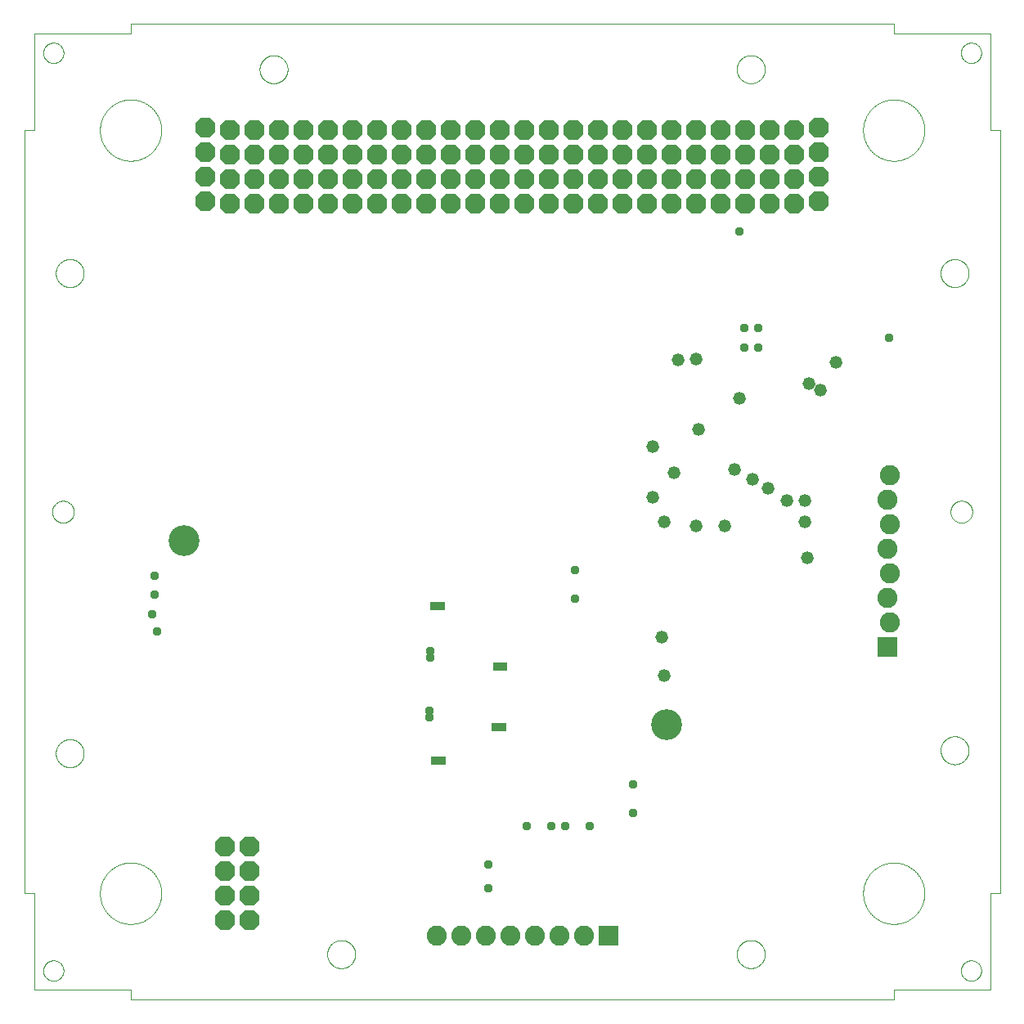
<source format=gbs>
G75*
%MOIN*%
%OFA0B0*%
%FSLAX25Y25*%
%IPPOS*%
%LPD*%
%AMOC8*
5,1,8,0,0,1.08239X$1,22.5*
%
%ADD10C,0.00004*%
%ADD11OC8,0.08200*%
%ADD12R,0.08200X0.08200*%
%ADD13C,0.08200*%
%ADD14C,0.05200*%
%ADD15C,0.03778*%
%ADD16R,0.03778X0.03778*%
%ADD17C,0.12611*%
D10*
X0007306Y0019117D02*
X0046676Y0019117D01*
X0046676Y0015180D01*
X0357699Y0015180D01*
X0357699Y0019117D01*
X0397069Y0019117D01*
X0397069Y0058487D01*
X0401006Y0058487D01*
X0401006Y0369510D01*
X0397069Y0369510D01*
X0397069Y0408880D01*
X0357699Y0408880D01*
X0357699Y0412817D01*
X0046676Y0412817D01*
X0046676Y0408880D01*
X0007306Y0408880D01*
X0007306Y0369510D01*
X0003369Y0369510D01*
X0003369Y0058487D01*
X0007306Y0058487D01*
X0007306Y0019117D01*
X0011046Y0026991D02*
X0011048Y0027119D01*
X0011054Y0027247D01*
X0011064Y0027374D01*
X0011078Y0027502D01*
X0011095Y0027628D01*
X0011117Y0027754D01*
X0011143Y0027880D01*
X0011172Y0028004D01*
X0011205Y0028128D01*
X0011242Y0028250D01*
X0011283Y0028371D01*
X0011328Y0028491D01*
X0011376Y0028610D01*
X0011428Y0028727D01*
X0011484Y0028842D01*
X0011543Y0028956D01*
X0011605Y0029067D01*
X0011671Y0029177D01*
X0011740Y0029284D01*
X0011813Y0029390D01*
X0011889Y0029493D01*
X0011968Y0029593D01*
X0012050Y0029692D01*
X0012135Y0029787D01*
X0012223Y0029880D01*
X0012314Y0029970D01*
X0012407Y0030057D01*
X0012504Y0030142D01*
X0012602Y0030223D01*
X0012704Y0030301D01*
X0012807Y0030376D01*
X0012913Y0030448D01*
X0013021Y0030517D01*
X0013131Y0030582D01*
X0013244Y0030643D01*
X0013358Y0030702D01*
X0013473Y0030756D01*
X0013591Y0030807D01*
X0013709Y0030855D01*
X0013830Y0030898D01*
X0013951Y0030938D01*
X0014074Y0030974D01*
X0014198Y0031007D01*
X0014323Y0031035D01*
X0014448Y0031060D01*
X0014574Y0031080D01*
X0014701Y0031097D01*
X0014829Y0031110D01*
X0014956Y0031119D01*
X0015084Y0031124D01*
X0015212Y0031125D01*
X0015340Y0031122D01*
X0015468Y0031115D01*
X0015595Y0031104D01*
X0015722Y0031089D01*
X0015849Y0031071D01*
X0015975Y0031048D01*
X0016100Y0031021D01*
X0016224Y0030991D01*
X0016347Y0030957D01*
X0016470Y0030919D01*
X0016591Y0030877D01*
X0016710Y0030831D01*
X0016828Y0030782D01*
X0016945Y0030729D01*
X0017060Y0030673D01*
X0017173Y0030613D01*
X0017284Y0030550D01*
X0017393Y0030483D01*
X0017500Y0030413D01*
X0017605Y0030339D01*
X0017707Y0030263D01*
X0017807Y0030183D01*
X0017905Y0030100D01*
X0018000Y0030014D01*
X0018092Y0029925D01*
X0018181Y0029834D01*
X0018268Y0029740D01*
X0018351Y0029643D01*
X0018432Y0029543D01*
X0018509Y0029442D01*
X0018584Y0029337D01*
X0018655Y0029231D01*
X0018722Y0029122D01*
X0018787Y0029012D01*
X0018847Y0028899D01*
X0018905Y0028785D01*
X0018958Y0028669D01*
X0019008Y0028551D01*
X0019055Y0028432D01*
X0019098Y0028311D01*
X0019137Y0028189D01*
X0019172Y0028066D01*
X0019203Y0027942D01*
X0019231Y0027817D01*
X0019254Y0027691D01*
X0019274Y0027565D01*
X0019290Y0027438D01*
X0019302Y0027311D01*
X0019310Y0027183D01*
X0019314Y0027055D01*
X0019314Y0026927D01*
X0019310Y0026799D01*
X0019302Y0026671D01*
X0019290Y0026544D01*
X0019274Y0026417D01*
X0019254Y0026291D01*
X0019231Y0026165D01*
X0019203Y0026040D01*
X0019172Y0025916D01*
X0019137Y0025793D01*
X0019098Y0025671D01*
X0019055Y0025550D01*
X0019008Y0025431D01*
X0018958Y0025313D01*
X0018905Y0025197D01*
X0018847Y0025083D01*
X0018787Y0024970D01*
X0018722Y0024860D01*
X0018655Y0024751D01*
X0018584Y0024645D01*
X0018509Y0024540D01*
X0018432Y0024439D01*
X0018351Y0024339D01*
X0018268Y0024242D01*
X0018181Y0024148D01*
X0018092Y0024057D01*
X0018000Y0023968D01*
X0017905Y0023882D01*
X0017807Y0023799D01*
X0017707Y0023719D01*
X0017605Y0023643D01*
X0017500Y0023569D01*
X0017393Y0023499D01*
X0017284Y0023432D01*
X0017173Y0023369D01*
X0017060Y0023309D01*
X0016945Y0023253D01*
X0016828Y0023200D01*
X0016710Y0023151D01*
X0016591Y0023105D01*
X0016470Y0023063D01*
X0016347Y0023025D01*
X0016224Y0022991D01*
X0016100Y0022961D01*
X0015975Y0022934D01*
X0015849Y0022911D01*
X0015722Y0022893D01*
X0015595Y0022878D01*
X0015468Y0022867D01*
X0015340Y0022860D01*
X0015212Y0022857D01*
X0015084Y0022858D01*
X0014956Y0022863D01*
X0014829Y0022872D01*
X0014701Y0022885D01*
X0014574Y0022902D01*
X0014448Y0022922D01*
X0014323Y0022947D01*
X0014198Y0022975D01*
X0014074Y0023008D01*
X0013951Y0023044D01*
X0013830Y0023084D01*
X0013709Y0023127D01*
X0013591Y0023175D01*
X0013473Y0023226D01*
X0013358Y0023280D01*
X0013244Y0023339D01*
X0013131Y0023400D01*
X0013021Y0023465D01*
X0012913Y0023534D01*
X0012807Y0023606D01*
X0012704Y0023681D01*
X0012602Y0023759D01*
X0012504Y0023840D01*
X0012407Y0023925D01*
X0012314Y0024012D01*
X0012223Y0024102D01*
X0012135Y0024195D01*
X0012050Y0024290D01*
X0011968Y0024389D01*
X0011889Y0024489D01*
X0011813Y0024592D01*
X0011740Y0024698D01*
X0011671Y0024805D01*
X0011605Y0024915D01*
X0011543Y0025026D01*
X0011484Y0025140D01*
X0011428Y0025255D01*
X0011376Y0025372D01*
X0011328Y0025491D01*
X0011283Y0025611D01*
X0011242Y0025732D01*
X0011205Y0025854D01*
X0011172Y0025978D01*
X0011143Y0026102D01*
X0011117Y0026228D01*
X0011095Y0026354D01*
X0011078Y0026480D01*
X0011064Y0026608D01*
X0011054Y0026735D01*
X0011048Y0026863D01*
X0011046Y0026991D01*
X0034176Y0058487D02*
X0034180Y0058794D01*
X0034191Y0059100D01*
X0034210Y0059407D01*
X0034236Y0059712D01*
X0034270Y0060017D01*
X0034311Y0060321D01*
X0034360Y0060624D01*
X0034416Y0060926D01*
X0034480Y0061226D01*
X0034551Y0061524D01*
X0034629Y0061821D01*
X0034714Y0062116D01*
X0034807Y0062408D01*
X0034907Y0062698D01*
X0035014Y0062986D01*
X0035128Y0063271D01*
X0035248Y0063553D01*
X0035376Y0063831D01*
X0035511Y0064107D01*
X0035652Y0064379D01*
X0035800Y0064648D01*
X0035954Y0064913D01*
X0036115Y0065174D01*
X0036283Y0065432D01*
X0036456Y0065685D01*
X0036636Y0065933D01*
X0036822Y0066177D01*
X0037013Y0066417D01*
X0037211Y0066652D01*
X0037414Y0066881D01*
X0037623Y0067106D01*
X0037837Y0067326D01*
X0038057Y0067540D01*
X0038282Y0067749D01*
X0038511Y0067952D01*
X0038746Y0068150D01*
X0038986Y0068341D01*
X0039230Y0068527D01*
X0039478Y0068707D01*
X0039731Y0068880D01*
X0039989Y0069048D01*
X0040250Y0069209D01*
X0040515Y0069363D01*
X0040784Y0069511D01*
X0041056Y0069652D01*
X0041332Y0069787D01*
X0041610Y0069915D01*
X0041892Y0070035D01*
X0042177Y0070149D01*
X0042465Y0070256D01*
X0042755Y0070356D01*
X0043047Y0070449D01*
X0043342Y0070534D01*
X0043639Y0070612D01*
X0043937Y0070683D01*
X0044237Y0070747D01*
X0044539Y0070803D01*
X0044842Y0070852D01*
X0045146Y0070893D01*
X0045451Y0070927D01*
X0045756Y0070953D01*
X0046063Y0070972D01*
X0046369Y0070983D01*
X0046676Y0070987D01*
X0046983Y0070983D01*
X0047289Y0070972D01*
X0047596Y0070953D01*
X0047901Y0070927D01*
X0048206Y0070893D01*
X0048510Y0070852D01*
X0048813Y0070803D01*
X0049115Y0070747D01*
X0049415Y0070683D01*
X0049713Y0070612D01*
X0050010Y0070534D01*
X0050305Y0070449D01*
X0050597Y0070356D01*
X0050887Y0070256D01*
X0051175Y0070149D01*
X0051460Y0070035D01*
X0051742Y0069915D01*
X0052020Y0069787D01*
X0052296Y0069652D01*
X0052568Y0069511D01*
X0052837Y0069363D01*
X0053102Y0069209D01*
X0053363Y0069048D01*
X0053621Y0068880D01*
X0053874Y0068707D01*
X0054122Y0068527D01*
X0054366Y0068341D01*
X0054606Y0068150D01*
X0054841Y0067952D01*
X0055070Y0067749D01*
X0055295Y0067540D01*
X0055515Y0067326D01*
X0055729Y0067106D01*
X0055938Y0066881D01*
X0056141Y0066652D01*
X0056339Y0066417D01*
X0056530Y0066177D01*
X0056716Y0065933D01*
X0056896Y0065685D01*
X0057069Y0065432D01*
X0057237Y0065174D01*
X0057398Y0064913D01*
X0057552Y0064648D01*
X0057700Y0064379D01*
X0057841Y0064107D01*
X0057976Y0063831D01*
X0058104Y0063553D01*
X0058224Y0063271D01*
X0058338Y0062986D01*
X0058445Y0062698D01*
X0058545Y0062408D01*
X0058638Y0062116D01*
X0058723Y0061821D01*
X0058801Y0061524D01*
X0058872Y0061226D01*
X0058936Y0060926D01*
X0058992Y0060624D01*
X0059041Y0060321D01*
X0059082Y0060017D01*
X0059116Y0059712D01*
X0059142Y0059407D01*
X0059161Y0059100D01*
X0059172Y0058794D01*
X0059176Y0058487D01*
X0059172Y0058180D01*
X0059161Y0057874D01*
X0059142Y0057567D01*
X0059116Y0057262D01*
X0059082Y0056957D01*
X0059041Y0056653D01*
X0058992Y0056350D01*
X0058936Y0056048D01*
X0058872Y0055748D01*
X0058801Y0055450D01*
X0058723Y0055153D01*
X0058638Y0054858D01*
X0058545Y0054566D01*
X0058445Y0054276D01*
X0058338Y0053988D01*
X0058224Y0053703D01*
X0058104Y0053421D01*
X0057976Y0053143D01*
X0057841Y0052867D01*
X0057700Y0052595D01*
X0057552Y0052326D01*
X0057398Y0052061D01*
X0057237Y0051800D01*
X0057069Y0051542D01*
X0056896Y0051289D01*
X0056716Y0051041D01*
X0056530Y0050797D01*
X0056339Y0050557D01*
X0056141Y0050322D01*
X0055938Y0050093D01*
X0055729Y0049868D01*
X0055515Y0049648D01*
X0055295Y0049434D01*
X0055070Y0049225D01*
X0054841Y0049022D01*
X0054606Y0048824D01*
X0054366Y0048633D01*
X0054122Y0048447D01*
X0053874Y0048267D01*
X0053621Y0048094D01*
X0053363Y0047926D01*
X0053102Y0047765D01*
X0052837Y0047611D01*
X0052568Y0047463D01*
X0052296Y0047322D01*
X0052020Y0047187D01*
X0051742Y0047059D01*
X0051460Y0046939D01*
X0051175Y0046825D01*
X0050887Y0046718D01*
X0050597Y0046618D01*
X0050305Y0046525D01*
X0050010Y0046440D01*
X0049713Y0046362D01*
X0049415Y0046291D01*
X0049115Y0046227D01*
X0048813Y0046171D01*
X0048510Y0046122D01*
X0048206Y0046081D01*
X0047901Y0046047D01*
X0047596Y0046021D01*
X0047289Y0046002D01*
X0046983Y0045991D01*
X0046676Y0045987D01*
X0046369Y0045991D01*
X0046063Y0046002D01*
X0045756Y0046021D01*
X0045451Y0046047D01*
X0045146Y0046081D01*
X0044842Y0046122D01*
X0044539Y0046171D01*
X0044237Y0046227D01*
X0043937Y0046291D01*
X0043639Y0046362D01*
X0043342Y0046440D01*
X0043047Y0046525D01*
X0042755Y0046618D01*
X0042465Y0046718D01*
X0042177Y0046825D01*
X0041892Y0046939D01*
X0041610Y0047059D01*
X0041332Y0047187D01*
X0041056Y0047322D01*
X0040784Y0047463D01*
X0040515Y0047611D01*
X0040250Y0047765D01*
X0039989Y0047926D01*
X0039731Y0048094D01*
X0039478Y0048267D01*
X0039230Y0048447D01*
X0038986Y0048633D01*
X0038746Y0048824D01*
X0038511Y0049022D01*
X0038282Y0049225D01*
X0038057Y0049434D01*
X0037837Y0049648D01*
X0037623Y0049868D01*
X0037414Y0050093D01*
X0037211Y0050322D01*
X0037013Y0050557D01*
X0036822Y0050797D01*
X0036636Y0051041D01*
X0036456Y0051289D01*
X0036283Y0051542D01*
X0036115Y0051800D01*
X0035954Y0052061D01*
X0035800Y0052326D01*
X0035652Y0052595D01*
X0035511Y0052867D01*
X0035376Y0053143D01*
X0035248Y0053421D01*
X0035128Y0053703D01*
X0035014Y0053988D01*
X0034907Y0054276D01*
X0034807Y0054566D01*
X0034714Y0054858D01*
X0034629Y0055153D01*
X0034551Y0055450D01*
X0034480Y0055748D01*
X0034416Y0056048D01*
X0034360Y0056350D01*
X0034311Y0056653D01*
X0034270Y0056957D01*
X0034236Y0057262D01*
X0034210Y0057567D01*
X0034191Y0057874D01*
X0034180Y0058180D01*
X0034176Y0058487D01*
X0016163Y0115573D02*
X0016165Y0115724D01*
X0016171Y0115874D01*
X0016181Y0116025D01*
X0016195Y0116175D01*
X0016213Y0116324D01*
X0016234Y0116474D01*
X0016260Y0116622D01*
X0016290Y0116770D01*
X0016323Y0116917D01*
X0016361Y0117063D01*
X0016402Y0117208D01*
X0016447Y0117352D01*
X0016496Y0117494D01*
X0016549Y0117635D01*
X0016605Y0117775D01*
X0016665Y0117913D01*
X0016728Y0118050D01*
X0016796Y0118185D01*
X0016866Y0118318D01*
X0016940Y0118449D01*
X0017018Y0118578D01*
X0017099Y0118705D01*
X0017183Y0118830D01*
X0017271Y0118953D01*
X0017362Y0119073D01*
X0017456Y0119191D01*
X0017553Y0119306D01*
X0017653Y0119419D01*
X0017756Y0119529D01*
X0017862Y0119636D01*
X0017971Y0119741D01*
X0018082Y0119842D01*
X0018196Y0119941D01*
X0018312Y0120036D01*
X0018432Y0120129D01*
X0018553Y0120218D01*
X0018677Y0120304D01*
X0018803Y0120387D01*
X0018931Y0120466D01*
X0019061Y0120542D01*
X0019193Y0120615D01*
X0019327Y0120683D01*
X0019463Y0120749D01*
X0019601Y0120811D01*
X0019740Y0120869D01*
X0019880Y0120923D01*
X0020022Y0120974D01*
X0020165Y0121021D01*
X0020310Y0121064D01*
X0020455Y0121103D01*
X0020602Y0121139D01*
X0020749Y0121170D01*
X0020897Y0121198D01*
X0021046Y0121222D01*
X0021195Y0121242D01*
X0021345Y0121258D01*
X0021495Y0121270D01*
X0021646Y0121278D01*
X0021797Y0121282D01*
X0021947Y0121282D01*
X0022098Y0121278D01*
X0022249Y0121270D01*
X0022399Y0121258D01*
X0022549Y0121242D01*
X0022698Y0121222D01*
X0022847Y0121198D01*
X0022995Y0121170D01*
X0023142Y0121139D01*
X0023289Y0121103D01*
X0023434Y0121064D01*
X0023579Y0121021D01*
X0023722Y0120974D01*
X0023864Y0120923D01*
X0024004Y0120869D01*
X0024143Y0120811D01*
X0024281Y0120749D01*
X0024417Y0120683D01*
X0024551Y0120615D01*
X0024683Y0120542D01*
X0024813Y0120466D01*
X0024941Y0120387D01*
X0025067Y0120304D01*
X0025191Y0120218D01*
X0025312Y0120129D01*
X0025432Y0120036D01*
X0025548Y0119941D01*
X0025662Y0119842D01*
X0025773Y0119741D01*
X0025882Y0119636D01*
X0025988Y0119529D01*
X0026091Y0119419D01*
X0026191Y0119306D01*
X0026288Y0119191D01*
X0026382Y0119073D01*
X0026473Y0118953D01*
X0026561Y0118830D01*
X0026645Y0118705D01*
X0026726Y0118578D01*
X0026804Y0118449D01*
X0026878Y0118318D01*
X0026948Y0118185D01*
X0027016Y0118050D01*
X0027079Y0117913D01*
X0027139Y0117775D01*
X0027195Y0117635D01*
X0027248Y0117494D01*
X0027297Y0117352D01*
X0027342Y0117208D01*
X0027383Y0117063D01*
X0027421Y0116917D01*
X0027454Y0116770D01*
X0027484Y0116622D01*
X0027510Y0116474D01*
X0027531Y0116324D01*
X0027549Y0116175D01*
X0027563Y0116025D01*
X0027573Y0115874D01*
X0027579Y0115724D01*
X0027581Y0115573D01*
X0027579Y0115422D01*
X0027573Y0115272D01*
X0027563Y0115121D01*
X0027549Y0114971D01*
X0027531Y0114822D01*
X0027510Y0114672D01*
X0027484Y0114524D01*
X0027454Y0114376D01*
X0027421Y0114229D01*
X0027383Y0114083D01*
X0027342Y0113938D01*
X0027297Y0113794D01*
X0027248Y0113652D01*
X0027195Y0113511D01*
X0027139Y0113371D01*
X0027079Y0113233D01*
X0027016Y0113096D01*
X0026948Y0112961D01*
X0026878Y0112828D01*
X0026804Y0112697D01*
X0026726Y0112568D01*
X0026645Y0112441D01*
X0026561Y0112316D01*
X0026473Y0112193D01*
X0026382Y0112073D01*
X0026288Y0111955D01*
X0026191Y0111840D01*
X0026091Y0111727D01*
X0025988Y0111617D01*
X0025882Y0111510D01*
X0025773Y0111405D01*
X0025662Y0111304D01*
X0025548Y0111205D01*
X0025432Y0111110D01*
X0025312Y0111017D01*
X0025191Y0110928D01*
X0025067Y0110842D01*
X0024941Y0110759D01*
X0024813Y0110680D01*
X0024683Y0110604D01*
X0024551Y0110531D01*
X0024417Y0110463D01*
X0024281Y0110397D01*
X0024143Y0110335D01*
X0024004Y0110277D01*
X0023864Y0110223D01*
X0023722Y0110172D01*
X0023579Y0110125D01*
X0023434Y0110082D01*
X0023289Y0110043D01*
X0023142Y0110007D01*
X0022995Y0109976D01*
X0022847Y0109948D01*
X0022698Y0109924D01*
X0022549Y0109904D01*
X0022399Y0109888D01*
X0022249Y0109876D01*
X0022098Y0109868D01*
X0021947Y0109864D01*
X0021797Y0109864D01*
X0021646Y0109868D01*
X0021495Y0109876D01*
X0021345Y0109888D01*
X0021195Y0109904D01*
X0021046Y0109924D01*
X0020897Y0109948D01*
X0020749Y0109976D01*
X0020602Y0110007D01*
X0020455Y0110043D01*
X0020310Y0110082D01*
X0020165Y0110125D01*
X0020022Y0110172D01*
X0019880Y0110223D01*
X0019740Y0110277D01*
X0019601Y0110335D01*
X0019463Y0110397D01*
X0019327Y0110463D01*
X0019193Y0110531D01*
X0019061Y0110604D01*
X0018931Y0110680D01*
X0018803Y0110759D01*
X0018677Y0110842D01*
X0018553Y0110928D01*
X0018432Y0111017D01*
X0018312Y0111110D01*
X0018196Y0111205D01*
X0018082Y0111304D01*
X0017971Y0111405D01*
X0017862Y0111510D01*
X0017756Y0111617D01*
X0017653Y0111727D01*
X0017553Y0111840D01*
X0017456Y0111955D01*
X0017362Y0112073D01*
X0017271Y0112193D01*
X0017183Y0112316D01*
X0017099Y0112441D01*
X0017018Y0112568D01*
X0016940Y0112697D01*
X0016866Y0112828D01*
X0016796Y0112961D01*
X0016728Y0113096D01*
X0016665Y0113233D01*
X0016605Y0113371D01*
X0016549Y0113511D01*
X0016496Y0113652D01*
X0016447Y0113794D01*
X0016402Y0113938D01*
X0016361Y0114083D01*
X0016323Y0114229D01*
X0016290Y0114376D01*
X0016260Y0114524D01*
X0016234Y0114672D01*
X0016213Y0114822D01*
X0016195Y0114971D01*
X0016181Y0115121D01*
X0016171Y0115272D01*
X0016165Y0115422D01*
X0016163Y0115573D01*
X0014668Y0213998D02*
X0014670Y0214131D01*
X0014676Y0214264D01*
X0014686Y0214397D01*
X0014700Y0214529D01*
X0014718Y0214661D01*
X0014739Y0214792D01*
X0014765Y0214923D01*
X0014795Y0215053D01*
X0014828Y0215182D01*
X0014866Y0215309D01*
X0014907Y0215436D01*
X0014952Y0215561D01*
X0015000Y0215685D01*
X0015053Y0215808D01*
X0015109Y0215928D01*
X0015168Y0216047D01*
X0015231Y0216165D01*
X0015298Y0216280D01*
X0015368Y0216393D01*
X0015441Y0216504D01*
X0015518Y0216613D01*
X0015598Y0216720D01*
X0015681Y0216824D01*
X0015767Y0216925D01*
X0015856Y0217024D01*
X0015948Y0217120D01*
X0016042Y0217214D01*
X0016140Y0217304D01*
X0016240Y0217392D01*
X0016343Y0217476D01*
X0016448Y0217558D01*
X0016556Y0217636D01*
X0016666Y0217711D01*
X0016778Y0217783D01*
X0016893Y0217851D01*
X0017009Y0217916D01*
X0017127Y0217977D01*
X0017247Y0218035D01*
X0017368Y0218089D01*
X0017492Y0218139D01*
X0017616Y0218186D01*
X0017742Y0218229D01*
X0017869Y0218268D01*
X0017998Y0218304D01*
X0018127Y0218335D01*
X0018257Y0218363D01*
X0018388Y0218387D01*
X0018520Y0218407D01*
X0018652Y0218423D01*
X0018785Y0218435D01*
X0018917Y0218443D01*
X0019050Y0218447D01*
X0019184Y0218447D01*
X0019317Y0218443D01*
X0019449Y0218435D01*
X0019582Y0218423D01*
X0019714Y0218407D01*
X0019846Y0218387D01*
X0019977Y0218363D01*
X0020107Y0218335D01*
X0020236Y0218304D01*
X0020365Y0218268D01*
X0020492Y0218229D01*
X0020618Y0218186D01*
X0020742Y0218139D01*
X0020866Y0218089D01*
X0020987Y0218035D01*
X0021107Y0217977D01*
X0021225Y0217916D01*
X0021342Y0217851D01*
X0021456Y0217783D01*
X0021568Y0217711D01*
X0021678Y0217636D01*
X0021786Y0217558D01*
X0021891Y0217476D01*
X0021994Y0217392D01*
X0022094Y0217304D01*
X0022192Y0217214D01*
X0022286Y0217120D01*
X0022378Y0217024D01*
X0022467Y0216925D01*
X0022553Y0216824D01*
X0022636Y0216720D01*
X0022716Y0216613D01*
X0022793Y0216504D01*
X0022866Y0216393D01*
X0022936Y0216280D01*
X0023003Y0216165D01*
X0023066Y0216047D01*
X0023125Y0215928D01*
X0023181Y0215808D01*
X0023234Y0215685D01*
X0023282Y0215561D01*
X0023327Y0215436D01*
X0023368Y0215309D01*
X0023406Y0215182D01*
X0023439Y0215053D01*
X0023469Y0214923D01*
X0023495Y0214792D01*
X0023516Y0214661D01*
X0023534Y0214529D01*
X0023548Y0214397D01*
X0023558Y0214264D01*
X0023564Y0214131D01*
X0023566Y0213998D01*
X0023564Y0213865D01*
X0023558Y0213732D01*
X0023548Y0213599D01*
X0023534Y0213467D01*
X0023516Y0213335D01*
X0023495Y0213204D01*
X0023469Y0213073D01*
X0023439Y0212943D01*
X0023406Y0212814D01*
X0023368Y0212687D01*
X0023327Y0212560D01*
X0023282Y0212435D01*
X0023234Y0212311D01*
X0023181Y0212188D01*
X0023125Y0212068D01*
X0023066Y0211949D01*
X0023003Y0211831D01*
X0022936Y0211716D01*
X0022866Y0211603D01*
X0022793Y0211492D01*
X0022716Y0211383D01*
X0022636Y0211276D01*
X0022553Y0211172D01*
X0022467Y0211071D01*
X0022378Y0210972D01*
X0022286Y0210876D01*
X0022192Y0210782D01*
X0022094Y0210692D01*
X0021994Y0210604D01*
X0021891Y0210520D01*
X0021786Y0210438D01*
X0021678Y0210360D01*
X0021568Y0210285D01*
X0021456Y0210213D01*
X0021341Y0210145D01*
X0021225Y0210080D01*
X0021107Y0210019D01*
X0020987Y0209961D01*
X0020866Y0209907D01*
X0020742Y0209857D01*
X0020618Y0209810D01*
X0020492Y0209767D01*
X0020365Y0209728D01*
X0020236Y0209692D01*
X0020107Y0209661D01*
X0019977Y0209633D01*
X0019846Y0209609D01*
X0019714Y0209589D01*
X0019582Y0209573D01*
X0019449Y0209561D01*
X0019317Y0209553D01*
X0019184Y0209549D01*
X0019050Y0209549D01*
X0018917Y0209553D01*
X0018785Y0209561D01*
X0018652Y0209573D01*
X0018520Y0209589D01*
X0018388Y0209609D01*
X0018257Y0209633D01*
X0018127Y0209661D01*
X0017998Y0209692D01*
X0017869Y0209728D01*
X0017742Y0209767D01*
X0017616Y0209810D01*
X0017492Y0209857D01*
X0017368Y0209907D01*
X0017247Y0209961D01*
X0017127Y0210019D01*
X0017009Y0210080D01*
X0016892Y0210145D01*
X0016778Y0210213D01*
X0016666Y0210285D01*
X0016556Y0210360D01*
X0016448Y0210438D01*
X0016343Y0210520D01*
X0016240Y0210604D01*
X0016140Y0210692D01*
X0016042Y0210782D01*
X0015948Y0210876D01*
X0015856Y0210972D01*
X0015767Y0211071D01*
X0015681Y0211172D01*
X0015598Y0211276D01*
X0015518Y0211383D01*
X0015441Y0211492D01*
X0015368Y0211603D01*
X0015298Y0211716D01*
X0015231Y0211831D01*
X0015168Y0211949D01*
X0015109Y0212068D01*
X0015053Y0212188D01*
X0015000Y0212311D01*
X0014952Y0212435D01*
X0014907Y0212560D01*
X0014866Y0212687D01*
X0014828Y0212814D01*
X0014795Y0212943D01*
X0014765Y0213073D01*
X0014739Y0213204D01*
X0014718Y0213335D01*
X0014700Y0213467D01*
X0014686Y0213599D01*
X0014676Y0213732D01*
X0014670Y0213865D01*
X0014668Y0213998D01*
X0016163Y0311243D02*
X0016165Y0311394D01*
X0016171Y0311544D01*
X0016181Y0311695D01*
X0016195Y0311845D01*
X0016213Y0311994D01*
X0016234Y0312144D01*
X0016260Y0312292D01*
X0016290Y0312440D01*
X0016323Y0312587D01*
X0016361Y0312733D01*
X0016402Y0312878D01*
X0016447Y0313022D01*
X0016496Y0313164D01*
X0016549Y0313305D01*
X0016605Y0313445D01*
X0016665Y0313583D01*
X0016728Y0313720D01*
X0016796Y0313855D01*
X0016866Y0313988D01*
X0016940Y0314119D01*
X0017018Y0314248D01*
X0017099Y0314375D01*
X0017183Y0314500D01*
X0017271Y0314623D01*
X0017362Y0314743D01*
X0017456Y0314861D01*
X0017553Y0314976D01*
X0017653Y0315089D01*
X0017756Y0315199D01*
X0017862Y0315306D01*
X0017971Y0315411D01*
X0018082Y0315512D01*
X0018196Y0315611D01*
X0018312Y0315706D01*
X0018432Y0315799D01*
X0018553Y0315888D01*
X0018677Y0315974D01*
X0018803Y0316057D01*
X0018931Y0316136D01*
X0019061Y0316212D01*
X0019193Y0316285D01*
X0019327Y0316353D01*
X0019463Y0316419D01*
X0019601Y0316481D01*
X0019740Y0316539D01*
X0019880Y0316593D01*
X0020022Y0316644D01*
X0020165Y0316691D01*
X0020310Y0316734D01*
X0020455Y0316773D01*
X0020602Y0316809D01*
X0020749Y0316840D01*
X0020897Y0316868D01*
X0021046Y0316892D01*
X0021195Y0316912D01*
X0021345Y0316928D01*
X0021495Y0316940D01*
X0021646Y0316948D01*
X0021797Y0316952D01*
X0021947Y0316952D01*
X0022098Y0316948D01*
X0022249Y0316940D01*
X0022399Y0316928D01*
X0022549Y0316912D01*
X0022698Y0316892D01*
X0022847Y0316868D01*
X0022995Y0316840D01*
X0023142Y0316809D01*
X0023289Y0316773D01*
X0023434Y0316734D01*
X0023579Y0316691D01*
X0023722Y0316644D01*
X0023864Y0316593D01*
X0024004Y0316539D01*
X0024143Y0316481D01*
X0024281Y0316419D01*
X0024417Y0316353D01*
X0024551Y0316285D01*
X0024683Y0316212D01*
X0024813Y0316136D01*
X0024941Y0316057D01*
X0025067Y0315974D01*
X0025191Y0315888D01*
X0025312Y0315799D01*
X0025432Y0315706D01*
X0025548Y0315611D01*
X0025662Y0315512D01*
X0025773Y0315411D01*
X0025882Y0315306D01*
X0025988Y0315199D01*
X0026091Y0315089D01*
X0026191Y0314976D01*
X0026288Y0314861D01*
X0026382Y0314743D01*
X0026473Y0314623D01*
X0026561Y0314500D01*
X0026645Y0314375D01*
X0026726Y0314248D01*
X0026804Y0314119D01*
X0026878Y0313988D01*
X0026948Y0313855D01*
X0027016Y0313720D01*
X0027079Y0313583D01*
X0027139Y0313445D01*
X0027195Y0313305D01*
X0027248Y0313164D01*
X0027297Y0313022D01*
X0027342Y0312878D01*
X0027383Y0312733D01*
X0027421Y0312587D01*
X0027454Y0312440D01*
X0027484Y0312292D01*
X0027510Y0312144D01*
X0027531Y0311994D01*
X0027549Y0311845D01*
X0027563Y0311695D01*
X0027573Y0311544D01*
X0027579Y0311394D01*
X0027581Y0311243D01*
X0027579Y0311092D01*
X0027573Y0310942D01*
X0027563Y0310791D01*
X0027549Y0310641D01*
X0027531Y0310492D01*
X0027510Y0310342D01*
X0027484Y0310194D01*
X0027454Y0310046D01*
X0027421Y0309899D01*
X0027383Y0309753D01*
X0027342Y0309608D01*
X0027297Y0309464D01*
X0027248Y0309322D01*
X0027195Y0309181D01*
X0027139Y0309041D01*
X0027079Y0308903D01*
X0027016Y0308766D01*
X0026948Y0308631D01*
X0026878Y0308498D01*
X0026804Y0308367D01*
X0026726Y0308238D01*
X0026645Y0308111D01*
X0026561Y0307986D01*
X0026473Y0307863D01*
X0026382Y0307743D01*
X0026288Y0307625D01*
X0026191Y0307510D01*
X0026091Y0307397D01*
X0025988Y0307287D01*
X0025882Y0307180D01*
X0025773Y0307075D01*
X0025662Y0306974D01*
X0025548Y0306875D01*
X0025432Y0306780D01*
X0025312Y0306687D01*
X0025191Y0306598D01*
X0025067Y0306512D01*
X0024941Y0306429D01*
X0024813Y0306350D01*
X0024683Y0306274D01*
X0024551Y0306201D01*
X0024417Y0306133D01*
X0024281Y0306067D01*
X0024143Y0306005D01*
X0024004Y0305947D01*
X0023864Y0305893D01*
X0023722Y0305842D01*
X0023579Y0305795D01*
X0023434Y0305752D01*
X0023289Y0305713D01*
X0023142Y0305677D01*
X0022995Y0305646D01*
X0022847Y0305618D01*
X0022698Y0305594D01*
X0022549Y0305574D01*
X0022399Y0305558D01*
X0022249Y0305546D01*
X0022098Y0305538D01*
X0021947Y0305534D01*
X0021797Y0305534D01*
X0021646Y0305538D01*
X0021495Y0305546D01*
X0021345Y0305558D01*
X0021195Y0305574D01*
X0021046Y0305594D01*
X0020897Y0305618D01*
X0020749Y0305646D01*
X0020602Y0305677D01*
X0020455Y0305713D01*
X0020310Y0305752D01*
X0020165Y0305795D01*
X0020022Y0305842D01*
X0019880Y0305893D01*
X0019740Y0305947D01*
X0019601Y0306005D01*
X0019463Y0306067D01*
X0019327Y0306133D01*
X0019193Y0306201D01*
X0019061Y0306274D01*
X0018931Y0306350D01*
X0018803Y0306429D01*
X0018677Y0306512D01*
X0018553Y0306598D01*
X0018432Y0306687D01*
X0018312Y0306780D01*
X0018196Y0306875D01*
X0018082Y0306974D01*
X0017971Y0307075D01*
X0017862Y0307180D01*
X0017756Y0307287D01*
X0017653Y0307397D01*
X0017553Y0307510D01*
X0017456Y0307625D01*
X0017362Y0307743D01*
X0017271Y0307863D01*
X0017183Y0307986D01*
X0017099Y0308111D01*
X0017018Y0308238D01*
X0016940Y0308367D01*
X0016866Y0308498D01*
X0016796Y0308631D01*
X0016728Y0308766D01*
X0016665Y0308903D01*
X0016605Y0309041D01*
X0016549Y0309181D01*
X0016496Y0309322D01*
X0016447Y0309464D01*
X0016402Y0309608D01*
X0016361Y0309753D01*
X0016323Y0309899D01*
X0016290Y0310046D01*
X0016260Y0310194D01*
X0016234Y0310342D01*
X0016213Y0310492D01*
X0016195Y0310641D01*
X0016181Y0310791D01*
X0016171Y0310942D01*
X0016165Y0311092D01*
X0016163Y0311243D01*
X0034176Y0369510D02*
X0034180Y0369817D01*
X0034191Y0370123D01*
X0034210Y0370430D01*
X0034236Y0370735D01*
X0034270Y0371040D01*
X0034311Y0371344D01*
X0034360Y0371647D01*
X0034416Y0371949D01*
X0034480Y0372249D01*
X0034551Y0372547D01*
X0034629Y0372844D01*
X0034714Y0373139D01*
X0034807Y0373431D01*
X0034907Y0373721D01*
X0035014Y0374009D01*
X0035128Y0374294D01*
X0035248Y0374576D01*
X0035376Y0374854D01*
X0035511Y0375130D01*
X0035652Y0375402D01*
X0035800Y0375671D01*
X0035954Y0375936D01*
X0036115Y0376197D01*
X0036283Y0376455D01*
X0036456Y0376708D01*
X0036636Y0376956D01*
X0036822Y0377200D01*
X0037013Y0377440D01*
X0037211Y0377675D01*
X0037414Y0377904D01*
X0037623Y0378129D01*
X0037837Y0378349D01*
X0038057Y0378563D01*
X0038282Y0378772D01*
X0038511Y0378975D01*
X0038746Y0379173D01*
X0038986Y0379364D01*
X0039230Y0379550D01*
X0039478Y0379730D01*
X0039731Y0379903D01*
X0039989Y0380071D01*
X0040250Y0380232D01*
X0040515Y0380386D01*
X0040784Y0380534D01*
X0041056Y0380675D01*
X0041332Y0380810D01*
X0041610Y0380938D01*
X0041892Y0381058D01*
X0042177Y0381172D01*
X0042465Y0381279D01*
X0042755Y0381379D01*
X0043047Y0381472D01*
X0043342Y0381557D01*
X0043639Y0381635D01*
X0043937Y0381706D01*
X0044237Y0381770D01*
X0044539Y0381826D01*
X0044842Y0381875D01*
X0045146Y0381916D01*
X0045451Y0381950D01*
X0045756Y0381976D01*
X0046063Y0381995D01*
X0046369Y0382006D01*
X0046676Y0382010D01*
X0046983Y0382006D01*
X0047289Y0381995D01*
X0047596Y0381976D01*
X0047901Y0381950D01*
X0048206Y0381916D01*
X0048510Y0381875D01*
X0048813Y0381826D01*
X0049115Y0381770D01*
X0049415Y0381706D01*
X0049713Y0381635D01*
X0050010Y0381557D01*
X0050305Y0381472D01*
X0050597Y0381379D01*
X0050887Y0381279D01*
X0051175Y0381172D01*
X0051460Y0381058D01*
X0051742Y0380938D01*
X0052020Y0380810D01*
X0052296Y0380675D01*
X0052568Y0380534D01*
X0052837Y0380386D01*
X0053102Y0380232D01*
X0053363Y0380071D01*
X0053621Y0379903D01*
X0053874Y0379730D01*
X0054122Y0379550D01*
X0054366Y0379364D01*
X0054606Y0379173D01*
X0054841Y0378975D01*
X0055070Y0378772D01*
X0055295Y0378563D01*
X0055515Y0378349D01*
X0055729Y0378129D01*
X0055938Y0377904D01*
X0056141Y0377675D01*
X0056339Y0377440D01*
X0056530Y0377200D01*
X0056716Y0376956D01*
X0056896Y0376708D01*
X0057069Y0376455D01*
X0057237Y0376197D01*
X0057398Y0375936D01*
X0057552Y0375671D01*
X0057700Y0375402D01*
X0057841Y0375130D01*
X0057976Y0374854D01*
X0058104Y0374576D01*
X0058224Y0374294D01*
X0058338Y0374009D01*
X0058445Y0373721D01*
X0058545Y0373431D01*
X0058638Y0373139D01*
X0058723Y0372844D01*
X0058801Y0372547D01*
X0058872Y0372249D01*
X0058936Y0371949D01*
X0058992Y0371647D01*
X0059041Y0371344D01*
X0059082Y0371040D01*
X0059116Y0370735D01*
X0059142Y0370430D01*
X0059161Y0370123D01*
X0059172Y0369817D01*
X0059176Y0369510D01*
X0059172Y0369203D01*
X0059161Y0368897D01*
X0059142Y0368590D01*
X0059116Y0368285D01*
X0059082Y0367980D01*
X0059041Y0367676D01*
X0058992Y0367373D01*
X0058936Y0367071D01*
X0058872Y0366771D01*
X0058801Y0366473D01*
X0058723Y0366176D01*
X0058638Y0365881D01*
X0058545Y0365589D01*
X0058445Y0365299D01*
X0058338Y0365011D01*
X0058224Y0364726D01*
X0058104Y0364444D01*
X0057976Y0364166D01*
X0057841Y0363890D01*
X0057700Y0363618D01*
X0057552Y0363349D01*
X0057398Y0363084D01*
X0057237Y0362823D01*
X0057069Y0362565D01*
X0056896Y0362312D01*
X0056716Y0362064D01*
X0056530Y0361820D01*
X0056339Y0361580D01*
X0056141Y0361345D01*
X0055938Y0361116D01*
X0055729Y0360891D01*
X0055515Y0360671D01*
X0055295Y0360457D01*
X0055070Y0360248D01*
X0054841Y0360045D01*
X0054606Y0359847D01*
X0054366Y0359656D01*
X0054122Y0359470D01*
X0053874Y0359290D01*
X0053621Y0359117D01*
X0053363Y0358949D01*
X0053102Y0358788D01*
X0052837Y0358634D01*
X0052568Y0358486D01*
X0052296Y0358345D01*
X0052020Y0358210D01*
X0051742Y0358082D01*
X0051460Y0357962D01*
X0051175Y0357848D01*
X0050887Y0357741D01*
X0050597Y0357641D01*
X0050305Y0357548D01*
X0050010Y0357463D01*
X0049713Y0357385D01*
X0049415Y0357314D01*
X0049115Y0357250D01*
X0048813Y0357194D01*
X0048510Y0357145D01*
X0048206Y0357104D01*
X0047901Y0357070D01*
X0047596Y0357044D01*
X0047289Y0357025D01*
X0046983Y0357014D01*
X0046676Y0357010D01*
X0046369Y0357014D01*
X0046063Y0357025D01*
X0045756Y0357044D01*
X0045451Y0357070D01*
X0045146Y0357104D01*
X0044842Y0357145D01*
X0044539Y0357194D01*
X0044237Y0357250D01*
X0043937Y0357314D01*
X0043639Y0357385D01*
X0043342Y0357463D01*
X0043047Y0357548D01*
X0042755Y0357641D01*
X0042465Y0357741D01*
X0042177Y0357848D01*
X0041892Y0357962D01*
X0041610Y0358082D01*
X0041332Y0358210D01*
X0041056Y0358345D01*
X0040784Y0358486D01*
X0040515Y0358634D01*
X0040250Y0358788D01*
X0039989Y0358949D01*
X0039731Y0359117D01*
X0039478Y0359290D01*
X0039230Y0359470D01*
X0038986Y0359656D01*
X0038746Y0359847D01*
X0038511Y0360045D01*
X0038282Y0360248D01*
X0038057Y0360457D01*
X0037837Y0360671D01*
X0037623Y0360891D01*
X0037414Y0361116D01*
X0037211Y0361345D01*
X0037013Y0361580D01*
X0036822Y0361820D01*
X0036636Y0362064D01*
X0036456Y0362312D01*
X0036283Y0362565D01*
X0036115Y0362823D01*
X0035954Y0363084D01*
X0035800Y0363349D01*
X0035652Y0363618D01*
X0035511Y0363890D01*
X0035376Y0364166D01*
X0035248Y0364444D01*
X0035128Y0364726D01*
X0035014Y0365011D01*
X0034907Y0365299D01*
X0034807Y0365589D01*
X0034714Y0365881D01*
X0034629Y0366176D01*
X0034551Y0366473D01*
X0034480Y0366771D01*
X0034416Y0367071D01*
X0034360Y0367373D01*
X0034311Y0367676D01*
X0034270Y0367980D01*
X0034236Y0368285D01*
X0034210Y0368590D01*
X0034191Y0368897D01*
X0034180Y0369203D01*
X0034176Y0369510D01*
X0011046Y0401006D02*
X0011048Y0401134D01*
X0011054Y0401262D01*
X0011064Y0401389D01*
X0011078Y0401517D01*
X0011095Y0401643D01*
X0011117Y0401769D01*
X0011143Y0401895D01*
X0011172Y0402019D01*
X0011205Y0402143D01*
X0011242Y0402265D01*
X0011283Y0402386D01*
X0011328Y0402506D01*
X0011376Y0402625D01*
X0011428Y0402742D01*
X0011484Y0402857D01*
X0011543Y0402971D01*
X0011605Y0403082D01*
X0011671Y0403192D01*
X0011740Y0403299D01*
X0011813Y0403405D01*
X0011889Y0403508D01*
X0011968Y0403608D01*
X0012050Y0403707D01*
X0012135Y0403802D01*
X0012223Y0403895D01*
X0012314Y0403985D01*
X0012407Y0404072D01*
X0012504Y0404157D01*
X0012602Y0404238D01*
X0012704Y0404316D01*
X0012807Y0404391D01*
X0012913Y0404463D01*
X0013021Y0404532D01*
X0013131Y0404597D01*
X0013244Y0404658D01*
X0013358Y0404717D01*
X0013473Y0404771D01*
X0013591Y0404822D01*
X0013709Y0404870D01*
X0013830Y0404913D01*
X0013951Y0404953D01*
X0014074Y0404989D01*
X0014198Y0405022D01*
X0014323Y0405050D01*
X0014448Y0405075D01*
X0014574Y0405095D01*
X0014701Y0405112D01*
X0014829Y0405125D01*
X0014956Y0405134D01*
X0015084Y0405139D01*
X0015212Y0405140D01*
X0015340Y0405137D01*
X0015468Y0405130D01*
X0015595Y0405119D01*
X0015722Y0405104D01*
X0015849Y0405086D01*
X0015975Y0405063D01*
X0016100Y0405036D01*
X0016224Y0405006D01*
X0016347Y0404972D01*
X0016470Y0404934D01*
X0016591Y0404892D01*
X0016710Y0404846D01*
X0016828Y0404797D01*
X0016945Y0404744D01*
X0017060Y0404688D01*
X0017173Y0404628D01*
X0017284Y0404565D01*
X0017393Y0404498D01*
X0017500Y0404428D01*
X0017605Y0404354D01*
X0017707Y0404278D01*
X0017807Y0404198D01*
X0017905Y0404115D01*
X0018000Y0404029D01*
X0018092Y0403940D01*
X0018181Y0403849D01*
X0018268Y0403755D01*
X0018351Y0403658D01*
X0018432Y0403558D01*
X0018509Y0403457D01*
X0018584Y0403352D01*
X0018655Y0403246D01*
X0018722Y0403137D01*
X0018787Y0403027D01*
X0018847Y0402914D01*
X0018905Y0402800D01*
X0018958Y0402684D01*
X0019008Y0402566D01*
X0019055Y0402447D01*
X0019098Y0402326D01*
X0019137Y0402204D01*
X0019172Y0402081D01*
X0019203Y0401957D01*
X0019231Y0401832D01*
X0019254Y0401706D01*
X0019274Y0401580D01*
X0019290Y0401453D01*
X0019302Y0401326D01*
X0019310Y0401198D01*
X0019314Y0401070D01*
X0019314Y0400942D01*
X0019310Y0400814D01*
X0019302Y0400686D01*
X0019290Y0400559D01*
X0019274Y0400432D01*
X0019254Y0400306D01*
X0019231Y0400180D01*
X0019203Y0400055D01*
X0019172Y0399931D01*
X0019137Y0399808D01*
X0019098Y0399686D01*
X0019055Y0399565D01*
X0019008Y0399446D01*
X0018958Y0399328D01*
X0018905Y0399212D01*
X0018847Y0399098D01*
X0018787Y0398985D01*
X0018722Y0398875D01*
X0018655Y0398766D01*
X0018584Y0398660D01*
X0018509Y0398555D01*
X0018432Y0398454D01*
X0018351Y0398354D01*
X0018268Y0398257D01*
X0018181Y0398163D01*
X0018092Y0398072D01*
X0018000Y0397983D01*
X0017905Y0397897D01*
X0017807Y0397814D01*
X0017707Y0397734D01*
X0017605Y0397658D01*
X0017500Y0397584D01*
X0017393Y0397514D01*
X0017284Y0397447D01*
X0017173Y0397384D01*
X0017060Y0397324D01*
X0016945Y0397268D01*
X0016828Y0397215D01*
X0016710Y0397166D01*
X0016591Y0397120D01*
X0016470Y0397078D01*
X0016347Y0397040D01*
X0016224Y0397006D01*
X0016100Y0396976D01*
X0015975Y0396949D01*
X0015849Y0396926D01*
X0015722Y0396908D01*
X0015595Y0396893D01*
X0015468Y0396882D01*
X0015340Y0396875D01*
X0015212Y0396872D01*
X0015084Y0396873D01*
X0014956Y0396878D01*
X0014829Y0396887D01*
X0014701Y0396900D01*
X0014574Y0396917D01*
X0014448Y0396937D01*
X0014323Y0396962D01*
X0014198Y0396990D01*
X0014074Y0397023D01*
X0013951Y0397059D01*
X0013830Y0397099D01*
X0013709Y0397142D01*
X0013591Y0397190D01*
X0013473Y0397241D01*
X0013358Y0397295D01*
X0013244Y0397354D01*
X0013131Y0397415D01*
X0013021Y0397480D01*
X0012913Y0397549D01*
X0012807Y0397621D01*
X0012704Y0397696D01*
X0012602Y0397774D01*
X0012504Y0397855D01*
X0012407Y0397940D01*
X0012314Y0398027D01*
X0012223Y0398117D01*
X0012135Y0398210D01*
X0012050Y0398305D01*
X0011968Y0398404D01*
X0011889Y0398504D01*
X0011813Y0398607D01*
X0011740Y0398713D01*
X0011671Y0398820D01*
X0011605Y0398930D01*
X0011543Y0399041D01*
X0011484Y0399155D01*
X0011428Y0399270D01*
X0011376Y0399387D01*
X0011328Y0399506D01*
X0011283Y0399626D01*
X0011242Y0399747D01*
X0011205Y0399869D01*
X0011172Y0399993D01*
X0011143Y0400117D01*
X0011117Y0400243D01*
X0011095Y0400369D01*
X0011078Y0400495D01*
X0011064Y0400623D01*
X0011054Y0400750D01*
X0011048Y0400878D01*
X0011046Y0401006D01*
X0099234Y0394313D02*
X0099236Y0394464D01*
X0099242Y0394614D01*
X0099252Y0394765D01*
X0099266Y0394915D01*
X0099284Y0395064D01*
X0099305Y0395214D01*
X0099331Y0395362D01*
X0099361Y0395510D01*
X0099394Y0395657D01*
X0099432Y0395803D01*
X0099473Y0395948D01*
X0099518Y0396092D01*
X0099567Y0396234D01*
X0099620Y0396375D01*
X0099676Y0396515D01*
X0099736Y0396653D01*
X0099799Y0396790D01*
X0099867Y0396925D01*
X0099937Y0397058D01*
X0100011Y0397189D01*
X0100089Y0397318D01*
X0100170Y0397445D01*
X0100254Y0397570D01*
X0100342Y0397693D01*
X0100433Y0397813D01*
X0100527Y0397931D01*
X0100624Y0398046D01*
X0100724Y0398159D01*
X0100827Y0398269D01*
X0100933Y0398376D01*
X0101042Y0398481D01*
X0101153Y0398582D01*
X0101267Y0398681D01*
X0101383Y0398776D01*
X0101503Y0398869D01*
X0101624Y0398958D01*
X0101748Y0399044D01*
X0101874Y0399127D01*
X0102002Y0399206D01*
X0102132Y0399282D01*
X0102264Y0399355D01*
X0102398Y0399423D01*
X0102534Y0399489D01*
X0102672Y0399551D01*
X0102811Y0399609D01*
X0102951Y0399663D01*
X0103093Y0399714D01*
X0103236Y0399761D01*
X0103381Y0399804D01*
X0103526Y0399843D01*
X0103673Y0399879D01*
X0103820Y0399910D01*
X0103968Y0399938D01*
X0104117Y0399962D01*
X0104266Y0399982D01*
X0104416Y0399998D01*
X0104566Y0400010D01*
X0104717Y0400018D01*
X0104868Y0400022D01*
X0105018Y0400022D01*
X0105169Y0400018D01*
X0105320Y0400010D01*
X0105470Y0399998D01*
X0105620Y0399982D01*
X0105769Y0399962D01*
X0105918Y0399938D01*
X0106066Y0399910D01*
X0106213Y0399879D01*
X0106360Y0399843D01*
X0106505Y0399804D01*
X0106650Y0399761D01*
X0106793Y0399714D01*
X0106935Y0399663D01*
X0107075Y0399609D01*
X0107214Y0399551D01*
X0107352Y0399489D01*
X0107488Y0399423D01*
X0107622Y0399355D01*
X0107754Y0399282D01*
X0107884Y0399206D01*
X0108012Y0399127D01*
X0108138Y0399044D01*
X0108262Y0398958D01*
X0108383Y0398869D01*
X0108503Y0398776D01*
X0108619Y0398681D01*
X0108733Y0398582D01*
X0108844Y0398481D01*
X0108953Y0398376D01*
X0109059Y0398269D01*
X0109162Y0398159D01*
X0109262Y0398046D01*
X0109359Y0397931D01*
X0109453Y0397813D01*
X0109544Y0397693D01*
X0109632Y0397570D01*
X0109716Y0397445D01*
X0109797Y0397318D01*
X0109875Y0397189D01*
X0109949Y0397058D01*
X0110019Y0396925D01*
X0110087Y0396790D01*
X0110150Y0396653D01*
X0110210Y0396515D01*
X0110266Y0396375D01*
X0110319Y0396234D01*
X0110368Y0396092D01*
X0110413Y0395948D01*
X0110454Y0395803D01*
X0110492Y0395657D01*
X0110525Y0395510D01*
X0110555Y0395362D01*
X0110581Y0395214D01*
X0110602Y0395064D01*
X0110620Y0394915D01*
X0110634Y0394765D01*
X0110644Y0394614D01*
X0110650Y0394464D01*
X0110652Y0394313D01*
X0110650Y0394162D01*
X0110644Y0394012D01*
X0110634Y0393861D01*
X0110620Y0393711D01*
X0110602Y0393562D01*
X0110581Y0393412D01*
X0110555Y0393264D01*
X0110525Y0393116D01*
X0110492Y0392969D01*
X0110454Y0392823D01*
X0110413Y0392678D01*
X0110368Y0392534D01*
X0110319Y0392392D01*
X0110266Y0392251D01*
X0110210Y0392111D01*
X0110150Y0391973D01*
X0110087Y0391836D01*
X0110019Y0391701D01*
X0109949Y0391568D01*
X0109875Y0391437D01*
X0109797Y0391308D01*
X0109716Y0391181D01*
X0109632Y0391056D01*
X0109544Y0390933D01*
X0109453Y0390813D01*
X0109359Y0390695D01*
X0109262Y0390580D01*
X0109162Y0390467D01*
X0109059Y0390357D01*
X0108953Y0390250D01*
X0108844Y0390145D01*
X0108733Y0390044D01*
X0108619Y0389945D01*
X0108503Y0389850D01*
X0108383Y0389757D01*
X0108262Y0389668D01*
X0108138Y0389582D01*
X0108012Y0389499D01*
X0107884Y0389420D01*
X0107754Y0389344D01*
X0107622Y0389271D01*
X0107488Y0389203D01*
X0107352Y0389137D01*
X0107214Y0389075D01*
X0107075Y0389017D01*
X0106935Y0388963D01*
X0106793Y0388912D01*
X0106650Y0388865D01*
X0106505Y0388822D01*
X0106360Y0388783D01*
X0106213Y0388747D01*
X0106066Y0388716D01*
X0105918Y0388688D01*
X0105769Y0388664D01*
X0105620Y0388644D01*
X0105470Y0388628D01*
X0105320Y0388616D01*
X0105169Y0388608D01*
X0105018Y0388604D01*
X0104868Y0388604D01*
X0104717Y0388608D01*
X0104566Y0388616D01*
X0104416Y0388628D01*
X0104266Y0388644D01*
X0104117Y0388664D01*
X0103968Y0388688D01*
X0103820Y0388716D01*
X0103673Y0388747D01*
X0103526Y0388783D01*
X0103381Y0388822D01*
X0103236Y0388865D01*
X0103093Y0388912D01*
X0102951Y0388963D01*
X0102811Y0389017D01*
X0102672Y0389075D01*
X0102534Y0389137D01*
X0102398Y0389203D01*
X0102264Y0389271D01*
X0102132Y0389344D01*
X0102002Y0389420D01*
X0101874Y0389499D01*
X0101748Y0389582D01*
X0101624Y0389668D01*
X0101503Y0389757D01*
X0101383Y0389850D01*
X0101267Y0389945D01*
X0101153Y0390044D01*
X0101042Y0390145D01*
X0100933Y0390250D01*
X0100827Y0390357D01*
X0100724Y0390467D01*
X0100624Y0390580D01*
X0100527Y0390695D01*
X0100433Y0390813D01*
X0100342Y0390933D01*
X0100254Y0391056D01*
X0100170Y0391181D01*
X0100089Y0391308D01*
X0100011Y0391437D01*
X0099937Y0391568D01*
X0099867Y0391701D01*
X0099799Y0391836D01*
X0099736Y0391973D01*
X0099676Y0392111D01*
X0099620Y0392251D01*
X0099567Y0392392D01*
X0099518Y0392534D01*
X0099473Y0392678D01*
X0099432Y0392823D01*
X0099394Y0392969D01*
X0099361Y0393116D01*
X0099331Y0393264D01*
X0099305Y0393412D01*
X0099284Y0393562D01*
X0099266Y0393711D01*
X0099252Y0393861D01*
X0099242Y0394012D01*
X0099236Y0394162D01*
X0099234Y0394313D01*
X0293722Y0394313D02*
X0293724Y0394464D01*
X0293730Y0394614D01*
X0293740Y0394765D01*
X0293754Y0394915D01*
X0293772Y0395064D01*
X0293793Y0395214D01*
X0293819Y0395362D01*
X0293849Y0395510D01*
X0293882Y0395657D01*
X0293920Y0395803D01*
X0293961Y0395948D01*
X0294006Y0396092D01*
X0294055Y0396234D01*
X0294108Y0396375D01*
X0294164Y0396515D01*
X0294224Y0396653D01*
X0294287Y0396790D01*
X0294355Y0396925D01*
X0294425Y0397058D01*
X0294499Y0397189D01*
X0294577Y0397318D01*
X0294658Y0397445D01*
X0294742Y0397570D01*
X0294830Y0397693D01*
X0294921Y0397813D01*
X0295015Y0397931D01*
X0295112Y0398046D01*
X0295212Y0398159D01*
X0295315Y0398269D01*
X0295421Y0398376D01*
X0295530Y0398481D01*
X0295641Y0398582D01*
X0295755Y0398681D01*
X0295871Y0398776D01*
X0295991Y0398869D01*
X0296112Y0398958D01*
X0296236Y0399044D01*
X0296362Y0399127D01*
X0296490Y0399206D01*
X0296620Y0399282D01*
X0296752Y0399355D01*
X0296886Y0399423D01*
X0297022Y0399489D01*
X0297160Y0399551D01*
X0297299Y0399609D01*
X0297439Y0399663D01*
X0297581Y0399714D01*
X0297724Y0399761D01*
X0297869Y0399804D01*
X0298014Y0399843D01*
X0298161Y0399879D01*
X0298308Y0399910D01*
X0298456Y0399938D01*
X0298605Y0399962D01*
X0298754Y0399982D01*
X0298904Y0399998D01*
X0299054Y0400010D01*
X0299205Y0400018D01*
X0299356Y0400022D01*
X0299506Y0400022D01*
X0299657Y0400018D01*
X0299808Y0400010D01*
X0299958Y0399998D01*
X0300108Y0399982D01*
X0300257Y0399962D01*
X0300406Y0399938D01*
X0300554Y0399910D01*
X0300701Y0399879D01*
X0300848Y0399843D01*
X0300993Y0399804D01*
X0301138Y0399761D01*
X0301281Y0399714D01*
X0301423Y0399663D01*
X0301563Y0399609D01*
X0301702Y0399551D01*
X0301840Y0399489D01*
X0301976Y0399423D01*
X0302110Y0399355D01*
X0302242Y0399282D01*
X0302372Y0399206D01*
X0302500Y0399127D01*
X0302626Y0399044D01*
X0302750Y0398958D01*
X0302871Y0398869D01*
X0302991Y0398776D01*
X0303107Y0398681D01*
X0303221Y0398582D01*
X0303332Y0398481D01*
X0303441Y0398376D01*
X0303547Y0398269D01*
X0303650Y0398159D01*
X0303750Y0398046D01*
X0303847Y0397931D01*
X0303941Y0397813D01*
X0304032Y0397693D01*
X0304120Y0397570D01*
X0304204Y0397445D01*
X0304285Y0397318D01*
X0304363Y0397189D01*
X0304437Y0397058D01*
X0304507Y0396925D01*
X0304575Y0396790D01*
X0304638Y0396653D01*
X0304698Y0396515D01*
X0304754Y0396375D01*
X0304807Y0396234D01*
X0304856Y0396092D01*
X0304901Y0395948D01*
X0304942Y0395803D01*
X0304980Y0395657D01*
X0305013Y0395510D01*
X0305043Y0395362D01*
X0305069Y0395214D01*
X0305090Y0395064D01*
X0305108Y0394915D01*
X0305122Y0394765D01*
X0305132Y0394614D01*
X0305138Y0394464D01*
X0305140Y0394313D01*
X0305138Y0394162D01*
X0305132Y0394012D01*
X0305122Y0393861D01*
X0305108Y0393711D01*
X0305090Y0393562D01*
X0305069Y0393412D01*
X0305043Y0393264D01*
X0305013Y0393116D01*
X0304980Y0392969D01*
X0304942Y0392823D01*
X0304901Y0392678D01*
X0304856Y0392534D01*
X0304807Y0392392D01*
X0304754Y0392251D01*
X0304698Y0392111D01*
X0304638Y0391973D01*
X0304575Y0391836D01*
X0304507Y0391701D01*
X0304437Y0391568D01*
X0304363Y0391437D01*
X0304285Y0391308D01*
X0304204Y0391181D01*
X0304120Y0391056D01*
X0304032Y0390933D01*
X0303941Y0390813D01*
X0303847Y0390695D01*
X0303750Y0390580D01*
X0303650Y0390467D01*
X0303547Y0390357D01*
X0303441Y0390250D01*
X0303332Y0390145D01*
X0303221Y0390044D01*
X0303107Y0389945D01*
X0302991Y0389850D01*
X0302871Y0389757D01*
X0302750Y0389668D01*
X0302626Y0389582D01*
X0302500Y0389499D01*
X0302372Y0389420D01*
X0302242Y0389344D01*
X0302110Y0389271D01*
X0301976Y0389203D01*
X0301840Y0389137D01*
X0301702Y0389075D01*
X0301563Y0389017D01*
X0301423Y0388963D01*
X0301281Y0388912D01*
X0301138Y0388865D01*
X0300993Y0388822D01*
X0300848Y0388783D01*
X0300701Y0388747D01*
X0300554Y0388716D01*
X0300406Y0388688D01*
X0300257Y0388664D01*
X0300108Y0388644D01*
X0299958Y0388628D01*
X0299808Y0388616D01*
X0299657Y0388608D01*
X0299506Y0388604D01*
X0299356Y0388604D01*
X0299205Y0388608D01*
X0299054Y0388616D01*
X0298904Y0388628D01*
X0298754Y0388644D01*
X0298605Y0388664D01*
X0298456Y0388688D01*
X0298308Y0388716D01*
X0298161Y0388747D01*
X0298014Y0388783D01*
X0297869Y0388822D01*
X0297724Y0388865D01*
X0297581Y0388912D01*
X0297439Y0388963D01*
X0297299Y0389017D01*
X0297160Y0389075D01*
X0297022Y0389137D01*
X0296886Y0389203D01*
X0296752Y0389271D01*
X0296620Y0389344D01*
X0296490Y0389420D01*
X0296362Y0389499D01*
X0296236Y0389582D01*
X0296112Y0389668D01*
X0295991Y0389757D01*
X0295871Y0389850D01*
X0295755Y0389945D01*
X0295641Y0390044D01*
X0295530Y0390145D01*
X0295421Y0390250D01*
X0295315Y0390357D01*
X0295212Y0390467D01*
X0295112Y0390580D01*
X0295015Y0390695D01*
X0294921Y0390813D01*
X0294830Y0390933D01*
X0294742Y0391056D01*
X0294658Y0391181D01*
X0294577Y0391308D01*
X0294499Y0391437D01*
X0294425Y0391568D01*
X0294355Y0391701D01*
X0294287Y0391836D01*
X0294224Y0391973D01*
X0294164Y0392111D01*
X0294108Y0392251D01*
X0294055Y0392392D01*
X0294006Y0392534D01*
X0293961Y0392678D01*
X0293920Y0392823D01*
X0293882Y0392969D01*
X0293849Y0393116D01*
X0293819Y0393264D01*
X0293793Y0393412D01*
X0293772Y0393562D01*
X0293754Y0393711D01*
X0293740Y0393861D01*
X0293730Y0394012D01*
X0293724Y0394162D01*
X0293722Y0394313D01*
X0345199Y0369510D02*
X0345203Y0369817D01*
X0345214Y0370123D01*
X0345233Y0370430D01*
X0345259Y0370735D01*
X0345293Y0371040D01*
X0345334Y0371344D01*
X0345383Y0371647D01*
X0345439Y0371949D01*
X0345503Y0372249D01*
X0345574Y0372547D01*
X0345652Y0372844D01*
X0345737Y0373139D01*
X0345830Y0373431D01*
X0345930Y0373721D01*
X0346037Y0374009D01*
X0346151Y0374294D01*
X0346271Y0374576D01*
X0346399Y0374854D01*
X0346534Y0375130D01*
X0346675Y0375402D01*
X0346823Y0375671D01*
X0346977Y0375936D01*
X0347138Y0376197D01*
X0347306Y0376455D01*
X0347479Y0376708D01*
X0347659Y0376956D01*
X0347845Y0377200D01*
X0348036Y0377440D01*
X0348234Y0377675D01*
X0348437Y0377904D01*
X0348646Y0378129D01*
X0348860Y0378349D01*
X0349080Y0378563D01*
X0349305Y0378772D01*
X0349534Y0378975D01*
X0349769Y0379173D01*
X0350009Y0379364D01*
X0350253Y0379550D01*
X0350501Y0379730D01*
X0350754Y0379903D01*
X0351012Y0380071D01*
X0351273Y0380232D01*
X0351538Y0380386D01*
X0351807Y0380534D01*
X0352079Y0380675D01*
X0352355Y0380810D01*
X0352633Y0380938D01*
X0352915Y0381058D01*
X0353200Y0381172D01*
X0353488Y0381279D01*
X0353778Y0381379D01*
X0354070Y0381472D01*
X0354365Y0381557D01*
X0354662Y0381635D01*
X0354960Y0381706D01*
X0355260Y0381770D01*
X0355562Y0381826D01*
X0355865Y0381875D01*
X0356169Y0381916D01*
X0356474Y0381950D01*
X0356779Y0381976D01*
X0357086Y0381995D01*
X0357392Y0382006D01*
X0357699Y0382010D01*
X0358006Y0382006D01*
X0358312Y0381995D01*
X0358619Y0381976D01*
X0358924Y0381950D01*
X0359229Y0381916D01*
X0359533Y0381875D01*
X0359836Y0381826D01*
X0360138Y0381770D01*
X0360438Y0381706D01*
X0360736Y0381635D01*
X0361033Y0381557D01*
X0361328Y0381472D01*
X0361620Y0381379D01*
X0361910Y0381279D01*
X0362198Y0381172D01*
X0362483Y0381058D01*
X0362765Y0380938D01*
X0363043Y0380810D01*
X0363319Y0380675D01*
X0363591Y0380534D01*
X0363860Y0380386D01*
X0364125Y0380232D01*
X0364386Y0380071D01*
X0364644Y0379903D01*
X0364897Y0379730D01*
X0365145Y0379550D01*
X0365389Y0379364D01*
X0365629Y0379173D01*
X0365864Y0378975D01*
X0366093Y0378772D01*
X0366318Y0378563D01*
X0366538Y0378349D01*
X0366752Y0378129D01*
X0366961Y0377904D01*
X0367164Y0377675D01*
X0367362Y0377440D01*
X0367553Y0377200D01*
X0367739Y0376956D01*
X0367919Y0376708D01*
X0368092Y0376455D01*
X0368260Y0376197D01*
X0368421Y0375936D01*
X0368575Y0375671D01*
X0368723Y0375402D01*
X0368864Y0375130D01*
X0368999Y0374854D01*
X0369127Y0374576D01*
X0369247Y0374294D01*
X0369361Y0374009D01*
X0369468Y0373721D01*
X0369568Y0373431D01*
X0369661Y0373139D01*
X0369746Y0372844D01*
X0369824Y0372547D01*
X0369895Y0372249D01*
X0369959Y0371949D01*
X0370015Y0371647D01*
X0370064Y0371344D01*
X0370105Y0371040D01*
X0370139Y0370735D01*
X0370165Y0370430D01*
X0370184Y0370123D01*
X0370195Y0369817D01*
X0370199Y0369510D01*
X0370195Y0369203D01*
X0370184Y0368897D01*
X0370165Y0368590D01*
X0370139Y0368285D01*
X0370105Y0367980D01*
X0370064Y0367676D01*
X0370015Y0367373D01*
X0369959Y0367071D01*
X0369895Y0366771D01*
X0369824Y0366473D01*
X0369746Y0366176D01*
X0369661Y0365881D01*
X0369568Y0365589D01*
X0369468Y0365299D01*
X0369361Y0365011D01*
X0369247Y0364726D01*
X0369127Y0364444D01*
X0368999Y0364166D01*
X0368864Y0363890D01*
X0368723Y0363618D01*
X0368575Y0363349D01*
X0368421Y0363084D01*
X0368260Y0362823D01*
X0368092Y0362565D01*
X0367919Y0362312D01*
X0367739Y0362064D01*
X0367553Y0361820D01*
X0367362Y0361580D01*
X0367164Y0361345D01*
X0366961Y0361116D01*
X0366752Y0360891D01*
X0366538Y0360671D01*
X0366318Y0360457D01*
X0366093Y0360248D01*
X0365864Y0360045D01*
X0365629Y0359847D01*
X0365389Y0359656D01*
X0365145Y0359470D01*
X0364897Y0359290D01*
X0364644Y0359117D01*
X0364386Y0358949D01*
X0364125Y0358788D01*
X0363860Y0358634D01*
X0363591Y0358486D01*
X0363319Y0358345D01*
X0363043Y0358210D01*
X0362765Y0358082D01*
X0362483Y0357962D01*
X0362198Y0357848D01*
X0361910Y0357741D01*
X0361620Y0357641D01*
X0361328Y0357548D01*
X0361033Y0357463D01*
X0360736Y0357385D01*
X0360438Y0357314D01*
X0360138Y0357250D01*
X0359836Y0357194D01*
X0359533Y0357145D01*
X0359229Y0357104D01*
X0358924Y0357070D01*
X0358619Y0357044D01*
X0358312Y0357025D01*
X0358006Y0357014D01*
X0357699Y0357010D01*
X0357392Y0357014D01*
X0357086Y0357025D01*
X0356779Y0357044D01*
X0356474Y0357070D01*
X0356169Y0357104D01*
X0355865Y0357145D01*
X0355562Y0357194D01*
X0355260Y0357250D01*
X0354960Y0357314D01*
X0354662Y0357385D01*
X0354365Y0357463D01*
X0354070Y0357548D01*
X0353778Y0357641D01*
X0353488Y0357741D01*
X0353200Y0357848D01*
X0352915Y0357962D01*
X0352633Y0358082D01*
X0352355Y0358210D01*
X0352079Y0358345D01*
X0351807Y0358486D01*
X0351538Y0358634D01*
X0351273Y0358788D01*
X0351012Y0358949D01*
X0350754Y0359117D01*
X0350501Y0359290D01*
X0350253Y0359470D01*
X0350009Y0359656D01*
X0349769Y0359847D01*
X0349534Y0360045D01*
X0349305Y0360248D01*
X0349080Y0360457D01*
X0348860Y0360671D01*
X0348646Y0360891D01*
X0348437Y0361116D01*
X0348234Y0361345D01*
X0348036Y0361580D01*
X0347845Y0361820D01*
X0347659Y0362064D01*
X0347479Y0362312D01*
X0347306Y0362565D01*
X0347138Y0362823D01*
X0346977Y0363084D01*
X0346823Y0363349D01*
X0346675Y0363618D01*
X0346534Y0363890D01*
X0346399Y0364166D01*
X0346271Y0364444D01*
X0346151Y0364726D01*
X0346037Y0365011D01*
X0345930Y0365299D01*
X0345830Y0365589D01*
X0345737Y0365881D01*
X0345652Y0366176D01*
X0345574Y0366473D01*
X0345503Y0366771D01*
X0345439Y0367071D01*
X0345383Y0367373D01*
X0345334Y0367676D01*
X0345293Y0367980D01*
X0345259Y0368285D01*
X0345233Y0368590D01*
X0345214Y0368897D01*
X0345203Y0369203D01*
X0345199Y0369510D01*
X0385061Y0401006D02*
X0385063Y0401134D01*
X0385069Y0401262D01*
X0385079Y0401389D01*
X0385093Y0401517D01*
X0385110Y0401643D01*
X0385132Y0401769D01*
X0385158Y0401895D01*
X0385187Y0402019D01*
X0385220Y0402143D01*
X0385257Y0402265D01*
X0385298Y0402386D01*
X0385343Y0402506D01*
X0385391Y0402625D01*
X0385443Y0402742D01*
X0385499Y0402857D01*
X0385558Y0402971D01*
X0385620Y0403082D01*
X0385686Y0403192D01*
X0385755Y0403299D01*
X0385828Y0403405D01*
X0385904Y0403508D01*
X0385983Y0403608D01*
X0386065Y0403707D01*
X0386150Y0403802D01*
X0386238Y0403895D01*
X0386329Y0403985D01*
X0386422Y0404072D01*
X0386519Y0404157D01*
X0386617Y0404238D01*
X0386719Y0404316D01*
X0386822Y0404391D01*
X0386928Y0404463D01*
X0387036Y0404532D01*
X0387146Y0404597D01*
X0387259Y0404658D01*
X0387373Y0404717D01*
X0387488Y0404771D01*
X0387606Y0404822D01*
X0387724Y0404870D01*
X0387845Y0404913D01*
X0387966Y0404953D01*
X0388089Y0404989D01*
X0388213Y0405022D01*
X0388338Y0405050D01*
X0388463Y0405075D01*
X0388589Y0405095D01*
X0388716Y0405112D01*
X0388844Y0405125D01*
X0388971Y0405134D01*
X0389099Y0405139D01*
X0389227Y0405140D01*
X0389355Y0405137D01*
X0389483Y0405130D01*
X0389610Y0405119D01*
X0389737Y0405104D01*
X0389864Y0405086D01*
X0389990Y0405063D01*
X0390115Y0405036D01*
X0390239Y0405006D01*
X0390362Y0404972D01*
X0390485Y0404934D01*
X0390606Y0404892D01*
X0390725Y0404846D01*
X0390843Y0404797D01*
X0390960Y0404744D01*
X0391075Y0404688D01*
X0391188Y0404628D01*
X0391299Y0404565D01*
X0391408Y0404498D01*
X0391515Y0404428D01*
X0391620Y0404354D01*
X0391722Y0404278D01*
X0391822Y0404198D01*
X0391920Y0404115D01*
X0392015Y0404029D01*
X0392107Y0403940D01*
X0392196Y0403849D01*
X0392283Y0403755D01*
X0392366Y0403658D01*
X0392447Y0403558D01*
X0392524Y0403457D01*
X0392599Y0403352D01*
X0392670Y0403246D01*
X0392737Y0403137D01*
X0392802Y0403027D01*
X0392862Y0402914D01*
X0392920Y0402800D01*
X0392973Y0402684D01*
X0393023Y0402566D01*
X0393070Y0402447D01*
X0393113Y0402326D01*
X0393152Y0402204D01*
X0393187Y0402081D01*
X0393218Y0401957D01*
X0393246Y0401832D01*
X0393269Y0401706D01*
X0393289Y0401580D01*
X0393305Y0401453D01*
X0393317Y0401326D01*
X0393325Y0401198D01*
X0393329Y0401070D01*
X0393329Y0400942D01*
X0393325Y0400814D01*
X0393317Y0400686D01*
X0393305Y0400559D01*
X0393289Y0400432D01*
X0393269Y0400306D01*
X0393246Y0400180D01*
X0393218Y0400055D01*
X0393187Y0399931D01*
X0393152Y0399808D01*
X0393113Y0399686D01*
X0393070Y0399565D01*
X0393023Y0399446D01*
X0392973Y0399328D01*
X0392920Y0399212D01*
X0392862Y0399098D01*
X0392802Y0398985D01*
X0392737Y0398875D01*
X0392670Y0398766D01*
X0392599Y0398660D01*
X0392524Y0398555D01*
X0392447Y0398454D01*
X0392366Y0398354D01*
X0392283Y0398257D01*
X0392196Y0398163D01*
X0392107Y0398072D01*
X0392015Y0397983D01*
X0391920Y0397897D01*
X0391822Y0397814D01*
X0391722Y0397734D01*
X0391620Y0397658D01*
X0391515Y0397584D01*
X0391408Y0397514D01*
X0391299Y0397447D01*
X0391188Y0397384D01*
X0391075Y0397324D01*
X0390960Y0397268D01*
X0390843Y0397215D01*
X0390725Y0397166D01*
X0390606Y0397120D01*
X0390485Y0397078D01*
X0390362Y0397040D01*
X0390239Y0397006D01*
X0390115Y0396976D01*
X0389990Y0396949D01*
X0389864Y0396926D01*
X0389737Y0396908D01*
X0389610Y0396893D01*
X0389483Y0396882D01*
X0389355Y0396875D01*
X0389227Y0396872D01*
X0389099Y0396873D01*
X0388971Y0396878D01*
X0388844Y0396887D01*
X0388716Y0396900D01*
X0388589Y0396917D01*
X0388463Y0396937D01*
X0388338Y0396962D01*
X0388213Y0396990D01*
X0388089Y0397023D01*
X0387966Y0397059D01*
X0387845Y0397099D01*
X0387724Y0397142D01*
X0387606Y0397190D01*
X0387488Y0397241D01*
X0387373Y0397295D01*
X0387259Y0397354D01*
X0387146Y0397415D01*
X0387036Y0397480D01*
X0386928Y0397549D01*
X0386822Y0397621D01*
X0386719Y0397696D01*
X0386617Y0397774D01*
X0386519Y0397855D01*
X0386422Y0397940D01*
X0386329Y0398027D01*
X0386238Y0398117D01*
X0386150Y0398210D01*
X0386065Y0398305D01*
X0385983Y0398404D01*
X0385904Y0398504D01*
X0385828Y0398607D01*
X0385755Y0398713D01*
X0385686Y0398820D01*
X0385620Y0398930D01*
X0385558Y0399041D01*
X0385499Y0399155D01*
X0385443Y0399270D01*
X0385391Y0399387D01*
X0385343Y0399506D01*
X0385298Y0399626D01*
X0385257Y0399747D01*
X0385220Y0399869D01*
X0385187Y0399993D01*
X0385158Y0400117D01*
X0385132Y0400243D01*
X0385110Y0400369D01*
X0385093Y0400495D01*
X0385079Y0400623D01*
X0385069Y0400750D01*
X0385063Y0400878D01*
X0385061Y0401006D01*
X0376793Y0311243D02*
X0376795Y0311394D01*
X0376801Y0311544D01*
X0376811Y0311695D01*
X0376825Y0311845D01*
X0376843Y0311994D01*
X0376864Y0312144D01*
X0376890Y0312292D01*
X0376920Y0312440D01*
X0376953Y0312587D01*
X0376991Y0312733D01*
X0377032Y0312878D01*
X0377077Y0313022D01*
X0377126Y0313164D01*
X0377179Y0313305D01*
X0377235Y0313445D01*
X0377295Y0313583D01*
X0377358Y0313720D01*
X0377426Y0313855D01*
X0377496Y0313988D01*
X0377570Y0314119D01*
X0377648Y0314248D01*
X0377729Y0314375D01*
X0377813Y0314500D01*
X0377901Y0314623D01*
X0377992Y0314743D01*
X0378086Y0314861D01*
X0378183Y0314976D01*
X0378283Y0315089D01*
X0378386Y0315199D01*
X0378492Y0315306D01*
X0378601Y0315411D01*
X0378712Y0315512D01*
X0378826Y0315611D01*
X0378942Y0315706D01*
X0379062Y0315799D01*
X0379183Y0315888D01*
X0379307Y0315974D01*
X0379433Y0316057D01*
X0379561Y0316136D01*
X0379691Y0316212D01*
X0379823Y0316285D01*
X0379957Y0316353D01*
X0380093Y0316419D01*
X0380231Y0316481D01*
X0380370Y0316539D01*
X0380510Y0316593D01*
X0380652Y0316644D01*
X0380795Y0316691D01*
X0380940Y0316734D01*
X0381085Y0316773D01*
X0381232Y0316809D01*
X0381379Y0316840D01*
X0381527Y0316868D01*
X0381676Y0316892D01*
X0381825Y0316912D01*
X0381975Y0316928D01*
X0382125Y0316940D01*
X0382276Y0316948D01*
X0382427Y0316952D01*
X0382577Y0316952D01*
X0382728Y0316948D01*
X0382879Y0316940D01*
X0383029Y0316928D01*
X0383179Y0316912D01*
X0383328Y0316892D01*
X0383477Y0316868D01*
X0383625Y0316840D01*
X0383772Y0316809D01*
X0383919Y0316773D01*
X0384064Y0316734D01*
X0384209Y0316691D01*
X0384352Y0316644D01*
X0384494Y0316593D01*
X0384634Y0316539D01*
X0384773Y0316481D01*
X0384911Y0316419D01*
X0385047Y0316353D01*
X0385181Y0316285D01*
X0385313Y0316212D01*
X0385443Y0316136D01*
X0385571Y0316057D01*
X0385697Y0315974D01*
X0385821Y0315888D01*
X0385942Y0315799D01*
X0386062Y0315706D01*
X0386178Y0315611D01*
X0386292Y0315512D01*
X0386403Y0315411D01*
X0386512Y0315306D01*
X0386618Y0315199D01*
X0386721Y0315089D01*
X0386821Y0314976D01*
X0386918Y0314861D01*
X0387012Y0314743D01*
X0387103Y0314623D01*
X0387191Y0314500D01*
X0387275Y0314375D01*
X0387356Y0314248D01*
X0387434Y0314119D01*
X0387508Y0313988D01*
X0387578Y0313855D01*
X0387646Y0313720D01*
X0387709Y0313583D01*
X0387769Y0313445D01*
X0387825Y0313305D01*
X0387878Y0313164D01*
X0387927Y0313022D01*
X0387972Y0312878D01*
X0388013Y0312733D01*
X0388051Y0312587D01*
X0388084Y0312440D01*
X0388114Y0312292D01*
X0388140Y0312144D01*
X0388161Y0311994D01*
X0388179Y0311845D01*
X0388193Y0311695D01*
X0388203Y0311544D01*
X0388209Y0311394D01*
X0388211Y0311243D01*
X0388209Y0311092D01*
X0388203Y0310942D01*
X0388193Y0310791D01*
X0388179Y0310641D01*
X0388161Y0310492D01*
X0388140Y0310342D01*
X0388114Y0310194D01*
X0388084Y0310046D01*
X0388051Y0309899D01*
X0388013Y0309753D01*
X0387972Y0309608D01*
X0387927Y0309464D01*
X0387878Y0309322D01*
X0387825Y0309181D01*
X0387769Y0309041D01*
X0387709Y0308903D01*
X0387646Y0308766D01*
X0387578Y0308631D01*
X0387508Y0308498D01*
X0387434Y0308367D01*
X0387356Y0308238D01*
X0387275Y0308111D01*
X0387191Y0307986D01*
X0387103Y0307863D01*
X0387012Y0307743D01*
X0386918Y0307625D01*
X0386821Y0307510D01*
X0386721Y0307397D01*
X0386618Y0307287D01*
X0386512Y0307180D01*
X0386403Y0307075D01*
X0386292Y0306974D01*
X0386178Y0306875D01*
X0386062Y0306780D01*
X0385942Y0306687D01*
X0385821Y0306598D01*
X0385697Y0306512D01*
X0385571Y0306429D01*
X0385443Y0306350D01*
X0385313Y0306274D01*
X0385181Y0306201D01*
X0385047Y0306133D01*
X0384911Y0306067D01*
X0384773Y0306005D01*
X0384634Y0305947D01*
X0384494Y0305893D01*
X0384352Y0305842D01*
X0384209Y0305795D01*
X0384064Y0305752D01*
X0383919Y0305713D01*
X0383772Y0305677D01*
X0383625Y0305646D01*
X0383477Y0305618D01*
X0383328Y0305594D01*
X0383179Y0305574D01*
X0383029Y0305558D01*
X0382879Y0305546D01*
X0382728Y0305538D01*
X0382577Y0305534D01*
X0382427Y0305534D01*
X0382276Y0305538D01*
X0382125Y0305546D01*
X0381975Y0305558D01*
X0381825Y0305574D01*
X0381676Y0305594D01*
X0381527Y0305618D01*
X0381379Y0305646D01*
X0381232Y0305677D01*
X0381085Y0305713D01*
X0380940Y0305752D01*
X0380795Y0305795D01*
X0380652Y0305842D01*
X0380510Y0305893D01*
X0380370Y0305947D01*
X0380231Y0306005D01*
X0380093Y0306067D01*
X0379957Y0306133D01*
X0379823Y0306201D01*
X0379691Y0306274D01*
X0379561Y0306350D01*
X0379433Y0306429D01*
X0379307Y0306512D01*
X0379183Y0306598D01*
X0379062Y0306687D01*
X0378942Y0306780D01*
X0378826Y0306875D01*
X0378712Y0306974D01*
X0378601Y0307075D01*
X0378492Y0307180D01*
X0378386Y0307287D01*
X0378283Y0307397D01*
X0378183Y0307510D01*
X0378086Y0307625D01*
X0377992Y0307743D01*
X0377901Y0307863D01*
X0377813Y0307986D01*
X0377729Y0308111D01*
X0377648Y0308238D01*
X0377570Y0308367D01*
X0377496Y0308498D01*
X0377426Y0308631D01*
X0377358Y0308766D01*
X0377295Y0308903D01*
X0377235Y0309041D01*
X0377179Y0309181D01*
X0377126Y0309322D01*
X0377077Y0309464D01*
X0377032Y0309608D01*
X0376991Y0309753D01*
X0376953Y0309899D01*
X0376920Y0310046D01*
X0376890Y0310194D01*
X0376864Y0310342D01*
X0376843Y0310492D01*
X0376825Y0310641D01*
X0376811Y0310791D01*
X0376801Y0310942D01*
X0376795Y0311092D01*
X0376793Y0311243D01*
X0380809Y0213998D02*
X0380811Y0214131D01*
X0380817Y0214264D01*
X0380827Y0214397D01*
X0380841Y0214529D01*
X0380859Y0214661D01*
X0380880Y0214792D01*
X0380906Y0214923D01*
X0380936Y0215053D01*
X0380969Y0215182D01*
X0381007Y0215309D01*
X0381048Y0215436D01*
X0381093Y0215561D01*
X0381141Y0215685D01*
X0381194Y0215808D01*
X0381250Y0215928D01*
X0381309Y0216047D01*
X0381372Y0216165D01*
X0381439Y0216280D01*
X0381509Y0216393D01*
X0381582Y0216504D01*
X0381659Y0216613D01*
X0381739Y0216720D01*
X0381822Y0216824D01*
X0381908Y0216925D01*
X0381997Y0217024D01*
X0382089Y0217120D01*
X0382183Y0217214D01*
X0382281Y0217304D01*
X0382381Y0217392D01*
X0382484Y0217476D01*
X0382589Y0217558D01*
X0382697Y0217636D01*
X0382807Y0217711D01*
X0382919Y0217783D01*
X0383034Y0217851D01*
X0383150Y0217916D01*
X0383268Y0217977D01*
X0383388Y0218035D01*
X0383509Y0218089D01*
X0383633Y0218139D01*
X0383757Y0218186D01*
X0383883Y0218229D01*
X0384010Y0218268D01*
X0384139Y0218304D01*
X0384268Y0218335D01*
X0384398Y0218363D01*
X0384529Y0218387D01*
X0384661Y0218407D01*
X0384793Y0218423D01*
X0384926Y0218435D01*
X0385058Y0218443D01*
X0385191Y0218447D01*
X0385325Y0218447D01*
X0385458Y0218443D01*
X0385590Y0218435D01*
X0385723Y0218423D01*
X0385855Y0218407D01*
X0385987Y0218387D01*
X0386118Y0218363D01*
X0386248Y0218335D01*
X0386377Y0218304D01*
X0386506Y0218268D01*
X0386633Y0218229D01*
X0386759Y0218186D01*
X0386883Y0218139D01*
X0387007Y0218089D01*
X0387128Y0218035D01*
X0387248Y0217977D01*
X0387366Y0217916D01*
X0387483Y0217851D01*
X0387597Y0217783D01*
X0387709Y0217711D01*
X0387819Y0217636D01*
X0387927Y0217558D01*
X0388032Y0217476D01*
X0388135Y0217392D01*
X0388235Y0217304D01*
X0388333Y0217214D01*
X0388427Y0217120D01*
X0388519Y0217024D01*
X0388608Y0216925D01*
X0388694Y0216824D01*
X0388777Y0216720D01*
X0388857Y0216613D01*
X0388934Y0216504D01*
X0389007Y0216393D01*
X0389077Y0216280D01*
X0389144Y0216165D01*
X0389207Y0216047D01*
X0389266Y0215928D01*
X0389322Y0215808D01*
X0389375Y0215685D01*
X0389423Y0215561D01*
X0389468Y0215436D01*
X0389509Y0215309D01*
X0389547Y0215182D01*
X0389580Y0215053D01*
X0389610Y0214923D01*
X0389636Y0214792D01*
X0389657Y0214661D01*
X0389675Y0214529D01*
X0389689Y0214397D01*
X0389699Y0214264D01*
X0389705Y0214131D01*
X0389707Y0213998D01*
X0389705Y0213865D01*
X0389699Y0213732D01*
X0389689Y0213599D01*
X0389675Y0213467D01*
X0389657Y0213335D01*
X0389636Y0213204D01*
X0389610Y0213073D01*
X0389580Y0212943D01*
X0389547Y0212814D01*
X0389509Y0212687D01*
X0389468Y0212560D01*
X0389423Y0212435D01*
X0389375Y0212311D01*
X0389322Y0212188D01*
X0389266Y0212068D01*
X0389207Y0211949D01*
X0389144Y0211831D01*
X0389077Y0211716D01*
X0389007Y0211603D01*
X0388934Y0211492D01*
X0388857Y0211383D01*
X0388777Y0211276D01*
X0388694Y0211172D01*
X0388608Y0211071D01*
X0388519Y0210972D01*
X0388427Y0210876D01*
X0388333Y0210782D01*
X0388235Y0210692D01*
X0388135Y0210604D01*
X0388032Y0210520D01*
X0387927Y0210438D01*
X0387819Y0210360D01*
X0387709Y0210285D01*
X0387597Y0210213D01*
X0387482Y0210145D01*
X0387366Y0210080D01*
X0387248Y0210019D01*
X0387128Y0209961D01*
X0387007Y0209907D01*
X0386883Y0209857D01*
X0386759Y0209810D01*
X0386633Y0209767D01*
X0386506Y0209728D01*
X0386377Y0209692D01*
X0386248Y0209661D01*
X0386118Y0209633D01*
X0385987Y0209609D01*
X0385855Y0209589D01*
X0385723Y0209573D01*
X0385590Y0209561D01*
X0385458Y0209553D01*
X0385325Y0209549D01*
X0385191Y0209549D01*
X0385058Y0209553D01*
X0384926Y0209561D01*
X0384793Y0209573D01*
X0384661Y0209589D01*
X0384529Y0209609D01*
X0384398Y0209633D01*
X0384268Y0209661D01*
X0384139Y0209692D01*
X0384010Y0209728D01*
X0383883Y0209767D01*
X0383757Y0209810D01*
X0383633Y0209857D01*
X0383509Y0209907D01*
X0383388Y0209961D01*
X0383268Y0210019D01*
X0383150Y0210080D01*
X0383033Y0210145D01*
X0382919Y0210213D01*
X0382807Y0210285D01*
X0382697Y0210360D01*
X0382589Y0210438D01*
X0382484Y0210520D01*
X0382381Y0210604D01*
X0382281Y0210692D01*
X0382183Y0210782D01*
X0382089Y0210876D01*
X0381997Y0210972D01*
X0381908Y0211071D01*
X0381822Y0211172D01*
X0381739Y0211276D01*
X0381659Y0211383D01*
X0381582Y0211492D01*
X0381509Y0211603D01*
X0381439Y0211716D01*
X0381372Y0211831D01*
X0381309Y0211949D01*
X0381250Y0212068D01*
X0381194Y0212188D01*
X0381141Y0212311D01*
X0381093Y0212435D01*
X0381048Y0212560D01*
X0381007Y0212687D01*
X0380969Y0212814D01*
X0380936Y0212943D01*
X0380906Y0213073D01*
X0380880Y0213204D01*
X0380859Y0213335D01*
X0380841Y0213467D01*
X0380827Y0213599D01*
X0380817Y0213732D01*
X0380811Y0213865D01*
X0380809Y0213998D01*
X0376793Y0116754D02*
X0376795Y0116905D01*
X0376801Y0117055D01*
X0376811Y0117206D01*
X0376825Y0117356D01*
X0376843Y0117505D01*
X0376864Y0117655D01*
X0376890Y0117803D01*
X0376920Y0117951D01*
X0376953Y0118098D01*
X0376991Y0118244D01*
X0377032Y0118389D01*
X0377077Y0118533D01*
X0377126Y0118675D01*
X0377179Y0118816D01*
X0377235Y0118956D01*
X0377295Y0119094D01*
X0377358Y0119231D01*
X0377426Y0119366D01*
X0377496Y0119499D01*
X0377570Y0119630D01*
X0377648Y0119759D01*
X0377729Y0119886D01*
X0377813Y0120011D01*
X0377901Y0120134D01*
X0377992Y0120254D01*
X0378086Y0120372D01*
X0378183Y0120487D01*
X0378283Y0120600D01*
X0378386Y0120710D01*
X0378492Y0120817D01*
X0378601Y0120922D01*
X0378712Y0121023D01*
X0378826Y0121122D01*
X0378942Y0121217D01*
X0379062Y0121310D01*
X0379183Y0121399D01*
X0379307Y0121485D01*
X0379433Y0121568D01*
X0379561Y0121647D01*
X0379691Y0121723D01*
X0379823Y0121796D01*
X0379957Y0121864D01*
X0380093Y0121930D01*
X0380231Y0121992D01*
X0380370Y0122050D01*
X0380510Y0122104D01*
X0380652Y0122155D01*
X0380795Y0122202D01*
X0380940Y0122245D01*
X0381085Y0122284D01*
X0381232Y0122320D01*
X0381379Y0122351D01*
X0381527Y0122379D01*
X0381676Y0122403D01*
X0381825Y0122423D01*
X0381975Y0122439D01*
X0382125Y0122451D01*
X0382276Y0122459D01*
X0382427Y0122463D01*
X0382577Y0122463D01*
X0382728Y0122459D01*
X0382879Y0122451D01*
X0383029Y0122439D01*
X0383179Y0122423D01*
X0383328Y0122403D01*
X0383477Y0122379D01*
X0383625Y0122351D01*
X0383772Y0122320D01*
X0383919Y0122284D01*
X0384064Y0122245D01*
X0384209Y0122202D01*
X0384352Y0122155D01*
X0384494Y0122104D01*
X0384634Y0122050D01*
X0384773Y0121992D01*
X0384911Y0121930D01*
X0385047Y0121864D01*
X0385181Y0121796D01*
X0385313Y0121723D01*
X0385443Y0121647D01*
X0385571Y0121568D01*
X0385697Y0121485D01*
X0385821Y0121399D01*
X0385942Y0121310D01*
X0386062Y0121217D01*
X0386178Y0121122D01*
X0386292Y0121023D01*
X0386403Y0120922D01*
X0386512Y0120817D01*
X0386618Y0120710D01*
X0386721Y0120600D01*
X0386821Y0120487D01*
X0386918Y0120372D01*
X0387012Y0120254D01*
X0387103Y0120134D01*
X0387191Y0120011D01*
X0387275Y0119886D01*
X0387356Y0119759D01*
X0387434Y0119630D01*
X0387508Y0119499D01*
X0387578Y0119366D01*
X0387646Y0119231D01*
X0387709Y0119094D01*
X0387769Y0118956D01*
X0387825Y0118816D01*
X0387878Y0118675D01*
X0387927Y0118533D01*
X0387972Y0118389D01*
X0388013Y0118244D01*
X0388051Y0118098D01*
X0388084Y0117951D01*
X0388114Y0117803D01*
X0388140Y0117655D01*
X0388161Y0117505D01*
X0388179Y0117356D01*
X0388193Y0117206D01*
X0388203Y0117055D01*
X0388209Y0116905D01*
X0388211Y0116754D01*
X0388209Y0116603D01*
X0388203Y0116453D01*
X0388193Y0116302D01*
X0388179Y0116152D01*
X0388161Y0116003D01*
X0388140Y0115853D01*
X0388114Y0115705D01*
X0388084Y0115557D01*
X0388051Y0115410D01*
X0388013Y0115264D01*
X0387972Y0115119D01*
X0387927Y0114975D01*
X0387878Y0114833D01*
X0387825Y0114692D01*
X0387769Y0114552D01*
X0387709Y0114414D01*
X0387646Y0114277D01*
X0387578Y0114142D01*
X0387508Y0114009D01*
X0387434Y0113878D01*
X0387356Y0113749D01*
X0387275Y0113622D01*
X0387191Y0113497D01*
X0387103Y0113374D01*
X0387012Y0113254D01*
X0386918Y0113136D01*
X0386821Y0113021D01*
X0386721Y0112908D01*
X0386618Y0112798D01*
X0386512Y0112691D01*
X0386403Y0112586D01*
X0386292Y0112485D01*
X0386178Y0112386D01*
X0386062Y0112291D01*
X0385942Y0112198D01*
X0385821Y0112109D01*
X0385697Y0112023D01*
X0385571Y0111940D01*
X0385443Y0111861D01*
X0385313Y0111785D01*
X0385181Y0111712D01*
X0385047Y0111644D01*
X0384911Y0111578D01*
X0384773Y0111516D01*
X0384634Y0111458D01*
X0384494Y0111404D01*
X0384352Y0111353D01*
X0384209Y0111306D01*
X0384064Y0111263D01*
X0383919Y0111224D01*
X0383772Y0111188D01*
X0383625Y0111157D01*
X0383477Y0111129D01*
X0383328Y0111105D01*
X0383179Y0111085D01*
X0383029Y0111069D01*
X0382879Y0111057D01*
X0382728Y0111049D01*
X0382577Y0111045D01*
X0382427Y0111045D01*
X0382276Y0111049D01*
X0382125Y0111057D01*
X0381975Y0111069D01*
X0381825Y0111085D01*
X0381676Y0111105D01*
X0381527Y0111129D01*
X0381379Y0111157D01*
X0381232Y0111188D01*
X0381085Y0111224D01*
X0380940Y0111263D01*
X0380795Y0111306D01*
X0380652Y0111353D01*
X0380510Y0111404D01*
X0380370Y0111458D01*
X0380231Y0111516D01*
X0380093Y0111578D01*
X0379957Y0111644D01*
X0379823Y0111712D01*
X0379691Y0111785D01*
X0379561Y0111861D01*
X0379433Y0111940D01*
X0379307Y0112023D01*
X0379183Y0112109D01*
X0379062Y0112198D01*
X0378942Y0112291D01*
X0378826Y0112386D01*
X0378712Y0112485D01*
X0378601Y0112586D01*
X0378492Y0112691D01*
X0378386Y0112798D01*
X0378283Y0112908D01*
X0378183Y0113021D01*
X0378086Y0113136D01*
X0377992Y0113254D01*
X0377901Y0113374D01*
X0377813Y0113497D01*
X0377729Y0113622D01*
X0377648Y0113749D01*
X0377570Y0113878D01*
X0377496Y0114009D01*
X0377426Y0114142D01*
X0377358Y0114277D01*
X0377295Y0114414D01*
X0377235Y0114552D01*
X0377179Y0114692D01*
X0377126Y0114833D01*
X0377077Y0114975D01*
X0377032Y0115119D01*
X0376991Y0115264D01*
X0376953Y0115410D01*
X0376920Y0115557D01*
X0376890Y0115705D01*
X0376864Y0115853D01*
X0376843Y0116003D01*
X0376825Y0116152D01*
X0376811Y0116302D01*
X0376801Y0116453D01*
X0376795Y0116603D01*
X0376793Y0116754D01*
X0345199Y0058487D02*
X0345203Y0058794D01*
X0345214Y0059100D01*
X0345233Y0059407D01*
X0345259Y0059712D01*
X0345293Y0060017D01*
X0345334Y0060321D01*
X0345383Y0060624D01*
X0345439Y0060926D01*
X0345503Y0061226D01*
X0345574Y0061524D01*
X0345652Y0061821D01*
X0345737Y0062116D01*
X0345830Y0062408D01*
X0345930Y0062698D01*
X0346037Y0062986D01*
X0346151Y0063271D01*
X0346271Y0063553D01*
X0346399Y0063831D01*
X0346534Y0064107D01*
X0346675Y0064379D01*
X0346823Y0064648D01*
X0346977Y0064913D01*
X0347138Y0065174D01*
X0347306Y0065432D01*
X0347479Y0065685D01*
X0347659Y0065933D01*
X0347845Y0066177D01*
X0348036Y0066417D01*
X0348234Y0066652D01*
X0348437Y0066881D01*
X0348646Y0067106D01*
X0348860Y0067326D01*
X0349080Y0067540D01*
X0349305Y0067749D01*
X0349534Y0067952D01*
X0349769Y0068150D01*
X0350009Y0068341D01*
X0350253Y0068527D01*
X0350501Y0068707D01*
X0350754Y0068880D01*
X0351012Y0069048D01*
X0351273Y0069209D01*
X0351538Y0069363D01*
X0351807Y0069511D01*
X0352079Y0069652D01*
X0352355Y0069787D01*
X0352633Y0069915D01*
X0352915Y0070035D01*
X0353200Y0070149D01*
X0353488Y0070256D01*
X0353778Y0070356D01*
X0354070Y0070449D01*
X0354365Y0070534D01*
X0354662Y0070612D01*
X0354960Y0070683D01*
X0355260Y0070747D01*
X0355562Y0070803D01*
X0355865Y0070852D01*
X0356169Y0070893D01*
X0356474Y0070927D01*
X0356779Y0070953D01*
X0357086Y0070972D01*
X0357392Y0070983D01*
X0357699Y0070987D01*
X0358006Y0070983D01*
X0358312Y0070972D01*
X0358619Y0070953D01*
X0358924Y0070927D01*
X0359229Y0070893D01*
X0359533Y0070852D01*
X0359836Y0070803D01*
X0360138Y0070747D01*
X0360438Y0070683D01*
X0360736Y0070612D01*
X0361033Y0070534D01*
X0361328Y0070449D01*
X0361620Y0070356D01*
X0361910Y0070256D01*
X0362198Y0070149D01*
X0362483Y0070035D01*
X0362765Y0069915D01*
X0363043Y0069787D01*
X0363319Y0069652D01*
X0363591Y0069511D01*
X0363860Y0069363D01*
X0364125Y0069209D01*
X0364386Y0069048D01*
X0364644Y0068880D01*
X0364897Y0068707D01*
X0365145Y0068527D01*
X0365389Y0068341D01*
X0365629Y0068150D01*
X0365864Y0067952D01*
X0366093Y0067749D01*
X0366318Y0067540D01*
X0366538Y0067326D01*
X0366752Y0067106D01*
X0366961Y0066881D01*
X0367164Y0066652D01*
X0367362Y0066417D01*
X0367553Y0066177D01*
X0367739Y0065933D01*
X0367919Y0065685D01*
X0368092Y0065432D01*
X0368260Y0065174D01*
X0368421Y0064913D01*
X0368575Y0064648D01*
X0368723Y0064379D01*
X0368864Y0064107D01*
X0368999Y0063831D01*
X0369127Y0063553D01*
X0369247Y0063271D01*
X0369361Y0062986D01*
X0369468Y0062698D01*
X0369568Y0062408D01*
X0369661Y0062116D01*
X0369746Y0061821D01*
X0369824Y0061524D01*
X0369895Y0061226D01*
X0369959Y0060926D01*
X0370015Y0060624D01*
X0370064Y0060321D01*
X0370105Y0060017D01*
X0370139Y0059712D01*
X0370165Y0059407D01*
X0370184Y0059100D01*
X0370195Y0058794D01*
X0370199Y0058487D01*
X0370195Y0058180D01*
X0370184Y0057874D01*
X0370165Y0057567D01*
X0370139Y0057262D01*
X0370105Y0056957D01*
X0370064Y0056653D01*
X0370015Y0056350D01*
X0369959Y0056048D01*
X0369895Y0055748D01*
X0369824Y0055450D01*
X0369746Y0055153D01*
X0369661Y0054858D01*
X0369568Y0054566D01*
X0369468Y0054276D01*
X0369361Y0053988D01*
X0369247Y0053703D01*
X0369127Y0053421D01*
X0368999Y0053143D01*
X0368864Y0052867D01*
X0368723Y0052595D01*
X0368575Y0052326D01*
X0368421Y0052061D01*
X0368260Y0051800D01*
X0368092Y0051542D01*
X0367919Y0051289D01*
X0367739Y0051041D01*
X0367553Y0050797D01*
X0367362Y0050557D01*
X0367164Y0050322D01*
X0366961Y0050093D01*
X0366752Y0049868D01*
X0366538Y0049648D01*
X0366318Y0049434D01*
X0366093Y0049225D01*
X0365864Y0049022D01*
X0365629Y0048824D01*
X0365389Y0048633D01*
X0365145Y0048447D01*
X0364897Y0048267D01*
X0364644Y0048094D01*
X0364386Y0047926D01*
X0364125Y0047765D01*
X0363860Y0047611D01*
X0363591Y0047463D01*
X0363319Y0047322D01*
X0363043Y0047187D01*
X0362765Y0047059D01*
X0362483Y0046939D01*
X0362198Y0046825D01*
X0361910Y0046718D01*
X0361620Y0046618D01*
X0361328Y0046525D01*
X0361033Y0046440D01*
X0360736Y0046362D01*
X0360438Y0046291D01*
X0360138Y0046227D01*
X0359836Y0046171D01*
X0359533Y0046122D01*
X0359229Y0046081D01*
X0358924Y0046047D01*
X0358619Y0046021D01*
X0358312Y0046002D01*
X0358006Y0045991D01*
X0357699Y0045987D01*
X0357392Y0045991D01*
X0357086Y0046002D01*
X0356779Y0046021D01*
X0356474Y0046047D01*
X0356169Y0046081D01*
X0355865Y0046122D01*
X0355562Y0046171D01*
X0355260Y0046227D01*
X0354960Y0046291D01*
X0354662Y0046362D01*
X0354365Y0046440D01*
X0354070Y0046525D01*
X0353778Y0046618D01*
X0353488Y0046718D01*
X0353200Y0046825D01*
X0352915Y0046939D01*
X0352633Y0047059D01*
X0352355Y0047187D01*
X0352079Y0047322D01*
X0351807Y0047463D01*
X0351538Y0047611D01*
X0351273Y0047765D01*
X0351012Y0047926D01*
X0350754Y0048094D01*
X0350501Y0048267D01*
X0350253Y0048447D01*
X0350009Y0048633D01*
X0349769Y0048824D01*
X0349534Y0049022D01*
X0349305Y0049225D01*
X0349080Y0049434D01*
X0348860Y0049648D01*
X0348646Y0049868D01*
X0348437Y0050093D01*
X0348234Y0050322D01*
X0348036Y0050557D01*
X0347845Y0050797D01*
X0347659Y0051041D01*
X0347479Y0051289D01*
X0347306Y0051542D01*
X0347138Y0051800D01*
X0346977Y0052061D01*
X0346823Y0052326D01*
X0346675Y0052595D01*
X0346534Y0052867D01*
X0346399Y0053143D01*
X0346271Y0053421D01*
X0346151Y0053703D01*
X0346037Y0053988D01*
X0345930Y0054276D01*
X0345830Y0054566D01*
X0345737Y0054858D01*
X0345652Y0055153D01*
X0345574Y0055450D01*
X0345503Y0055748D01*
X0345439Y0056048D01*
X0345383Y0056350D01*
X0345334Y0056653D01*
X0345293Y0056957D01*
X0345259Y0057262D01*
X0345233Y0057567D01*
X0345214Y0057874D01*
X0345203Y0058180D01*
X0345199Y0058487D01*
X0293722Y0033683D02*
X0293724Y0033834D01*
X0293730Y0033984D01*
X0293740Y0034135D01*
X0293754Y0034285D01*
X0293772Y0034434D01*
X0293793Y0034584D01*
X0293819Y0034732D01*
X0293849Y0034880D01*
X0293882Y0035027D01*
X0293920Y0035173D01*
X0293961Y0035318D01*
X0294006Y0035462D01*
X0294055Y0035604D01*
X0294108Y0035745D01*
X0294164Y0035885D01*
X0294224Y0036023D01*
X0294287Y0036160D01*
X0294355Y0036295D01*
X0294425Y0036428D01*
X0294499Y0036559D01*
X0294577Y0036688D01*
X0294658Y0036815D01*
X0294742Y0036940D01*
X0294830Y0037063D01*
X0294921Y0037183D01*
X0295015Y0037301D01*
X0295112Y0037416D01*
X0295212Y0037529D01*
X0295315Y0037639D01*
X0295421Y0037746D01*
X0295530Y0037851D01*
X0295641Y0037952D01*
X0295755Y0038051D01*
X0295871Y0038146D01*
X0295991Y0038239D01*
X0296112Y0038328D01*
X0296236Y0038414D01*
X0296362Y0038497D01*
X0296490Y0038576D01*
X0296620Y0038652D01*
X0296752Y0038725D01*
X0296886Y0038793D01*
X0297022Y0038859D01*
X0297160Y0038921D01*
X0297299Y0038979D01*
X0297439Y0039033D01*
X0297581Y0039084D01*
X0297724Y0039131D01*
X0297869Y0039174D01*
X0298014Y0039213D01*
X0298161Y0039249D01*
X0298308Y0039280D01*
X0298456Y0039308D01*
X0298605Y0039332D01*
X0298754Y0039352D01*
X0298904Y0039368D01*
X0299054Y0039380D01*
X0299205Y0039388D01*
X0299356Y0039392D01*
X0299506Y0039392D01*
X0299657Y0039388D01*
X0299808Y0039380D01*
X0299958Y0039368D01*
X0300108Y0039352D01*
X0300257Y0039332D01*
X0300406Y0039308D01*
X0300554Y0039280D01*
X0300701Y0039249D01*
X0300848Y0039213D01*
X0300993Y0039174D01*
X0301138Y0039131D01*
X0301281Y0039084D01*
X0301423Y0039033D01*
X0301563Y0038979D01*
X0301702Y0038921D01*
X0301840Y0038859D01*
X0301976Y0038793D01*
X0302110Y0038725D01*
X0302242Y0038652D01*
X0302372Y0038576D01*
X0302500Y0038497D01*
X0302626Y0038414D01*
X0302750Y0038328D01*
X0302871Y0038239D01*
X0302991Y0038146D01*
X0303107Y0038051D01*
X0303221Y0037952D01*
X0303332Y0037851D01*
X0303441Y0037746D01*
X0303547Y0037639D01*
X0303650Y0037529D01*
X0303750Y0037416D01*
X0303847Y0037301D01*
X0303941Y0037183D01*
X0304032Y0037063D01*
X0304120Y0036940D01*
X0304204Y0036815D01*
X0304285Y0036688D01*
X0304363Y0036559D01*
X0304437Y0036428D01*
X0304507Y0036295D01*
X0304575Y0036160D01*
X0304638Y0036023D01*
X0304698Y0035885D01*
X0304754Y0035745D01*
X0304807Y0035604D01*
X0304856Y0035462D01*
X0304901Y0035318D01*
X0304942Y0035173D01*
X0304980Y0035027D01*
X0305013Y0034880D01*
X0305043Y0034732D01*
X0305069Y0034584D01*
X0305090Y0034434D01*
X0305108Y0034285D01*
X0305122Y0034135D01*
X0305132Y0033984D01*
X0305138Y0033834D01*
X0305140Y0033683D01*
X0305138Y0033532D01*
X0305132Y0033382D01*
X0305122Y0033231D01*
X0305108Y0033081D01*
X0305090Y0032932D01*
X0305069Y0032782D01*
X0305043Y0032634D01*
X0305013Y0032486D01*
X0304980Y0032339D01*
X0304942Y0032193D01*
X0304901Y0032048D01*
X0304856Y0031904D01*
X0304807Y0031762D01*
X0304754Y0031621D01*
X0304698Y0031481D01*
X0304638Y0031343D01*
X0304575Y0031206D01*
X0304507Y0031071D01*
X0304437Y0030938D01*
X0304363Y0030807D01*
X0304285Y0030678D01*
X0304204Y0030551D01*
X0304120Y0030426D01*
X0304032Y0030303D01*
X0303941Y0030183D01*
X0303847Y0030065D01*
X0303750Y0029950D01*
X0303650Y0029837D01*
X0303547Y0029727D01*
X0303441Y0029620D01*
X0303332Y0029515D01*
X0303221Y0029414D01*
X0303107Y0029315D01*
X0302991Y0029220D01*
X0302871Y0029127D01*
X0302750Y0029038D01*
X0302626Y0028952D01*
X0302500Y0028869D01*
X0302372Y0028790D01*
X0302242Y0028714D01*
X0302110Y0028641D01*
X0301976Y0028573D01*
X0301840Y0028507D01*
X0301702Y0028445D01*
X0301563Y0028387D01*
X0301423Y0028333D01*
X0301281Y0028282D01*
X0301138Y0028235D01*
X0300993Y0028192D01*
X0300848Y0028153D01*
X0300701Y0028117D01*
X0300554Y0028086D01*
X0300406Y0028058D01*
X0300257Y0028034D01*
X0300108Y0028014D01*
X0299958Y0027998D01*
X0299808Y0027986D01*
X0299657Y0027978D01*
X0299506Y0027974D01*
X0299356Y0027974D01*
X0299205Y0027978D01*
X0299054Y0027986D01*
X0298904Y0027998D01*
X0298754Y0028014D01*
X0298605Y0028034D01*
X0298456Y0028058D01*
X0298308Y0028086D01*
X0298161Y0028117D01*
X0298014Y0028153D01*
X0297869Y0028192D01*
X0297724Y0028235D01*
X0297581Y0028282D01*
X0297439Y0028333D01*
X0297299Y0028387D01*
X0297160Y0028445D01*
X0297022Y0028507D01*
X0296886Y0028573D01*
X0296752Y0028641D01*
X0296620Y0028714D01*
X0296490Y0028790D01*
X0296362Y0028869D01*
X0296236Y0028952D01*
X0296112Y0029038D01*
X0295991Y0029127D01*
X0295871Y0029220D01*
X0295755Y0029315D01*
X0295641Y0029414D01*
X0295530Y0029515D01*
X0295421Y0029620D01*
X0295315Y0029727D01*
X0295212Y0029837D01*
X0295112Y0029950D01*
X0295015Y0030065D01*
X0294921Y0030183D01*
X0294830Y0030303D01*
X0294742Y0030426D01*
X0294658Y0030551D01*
X0294577Y0030678D01*
X0294499Y0030807D01*
X0294425Y0030938D01*
X0294355Y0031071D01*
X0294287Y0031206D01*
X0294224Y0031343D01*
X0294164Y0031481D01*
X0294108Y0031621D01*
X0294055Y0031762D01*
X0294006Y0031904D01*
X0293961Y0032048D01*
X0293920Y0032193D01*
X0293882Y0032339D01*
X0293849Y0032486D01*
X0293819Y0032634D01*
X0293793Y0032782D01*
X0293772Y0032932D01*
X0293754Y0033081D01*
X0293740Y0033231D01*
X0293730Y0033382D01*
X0293724Y0033532D01*
X0293722Y0033683D01*
X0385061Y0026991D02*
X0385063Y0027119D01*
X0385069Y0027247D01*
X0385079Y0027374D01*
X0385093Y0027502D01*
X0385110Y0027628D01*
X0385132Y0027754D01*
X0385158Y0027880D01*
X0385187Y0028004D01*
X0385220Y0028128D01*
X0385257Y0028250D01*
X0385298Y0028371D01*
X0385343Y0028491D01*
X0385391Y0028610D01*
X0385443Y0028727D01*
X0385499Y0028842D01*
X0385558Y0028956D01*
X0385620Y0029067D01*
X0385686Y0029177D01*
X0385755Y0029284D01*
X0385828Y0029390D01*
X0385904Y0029493D01*
X0385983Y0029593D01*
X0386065Y0029692D01*
X0386150Y0029787D01*
X0386238Y0029880D01*
X0386329Y0029970D01*
X0386422Y0030057D01*
X0386519Y0030142D01*
X0386617Y0030223D01*
X0386719Y0030301D01*
X0386822Y0030376D01*
X0386928Y0030448D01*
X0387036Y0030517D01*
X0387146Y0030582D01*
X0387259Y0030643D01*
X0387373Y0030702D01*
X0387488Y0030756D01*
X0387606Y0030807D01*
X0387724Y0030855D01*
X0387845Y0030898D01*
X0387966Y0030938D01*
X0388089Y0030974D01*
X0388213Y0031007D01*
X0388338Y0031035D01*
X0388463Y0031060D01*
X0388589Y0031080D01*
X0388716Y0031097D01*
X0388844Y0031110D01*
X0388971Y0031119D01*
X0389099Y0031124D01*
X0389227Y0031125D01*
X0389355Y0031122D01*
X0389483Y0031115D01*
X0389610Y0031104D01*
X0389737Y0031089D01*
X0389864Y0031071D01*
X0389990Y0031048D01*
X0390115Y0031021D01*
X0390239Y0030991D01*
X0390362Y0030957D01*
X0390485Y0030919D01*
X0390606Y0030877D01*
X0390725Y0030831D01*
X0390843Y0030782D01*
X0390960Y0030729D01*
X0391075Y0030673D01*
X0391188Y0030613D01*
X0391299Y0030550D01*
X0391408Y0030483D01*
X0391515Y0030413D01*
X0391620Y0030339D01*
X0391722Y0030263D01*
X0391822Y0030183D01*
X0391920Y0030100D01*
X0392015Y0030014D01*
X0392107Y0029925D01*
X0392196Y0029834D01*
X0392283Y0029740D01*
X0392366Y0029643D01*
X0392447Y0029543D01*
X0392524Y0029442D01*
X0392599Y0029337D01*
X0392670Y0029231D01*
X0392737Y0029122D01*
X0392802Y0029012D01*
X0392862Y0028899D01*
X0392920Y0028785D01*
X0392973Y0028669D01*
X0393023Y0028551D01*
X0393070Y0028432D01*
X0393113Y0028311D01*
X0393152Y0028189D01*
X0393187Y0028066D01*
X0393218Y0027942D01*
X0393246Y0027817D01*
X0393269Y0027691D01*
X0393289Y0027565D01*
X0393305Y0027438D01*
X0393317Y0027311D01*
X0393325Y0027183D01*
X0393329Y0027055D01*
X0393329Y0026927D01*
X0393325Y0026799D01*
X0393317Y0026671D01*
X0393305Y0026544D01*
X0393289Y0026417D01*
X0393269Y0026291D01*
X0393246Y0026165D01*
X0393218Y0026040D01*
X0393187Y0025916D01*
X0393152Y0025793D01*
X0393113Y0025671D01*
X0393070Y0025550D01*
X0393023Y0025431D01*
X0392973Y0025313D01*
X0392920Y0025197D01*
X0392862Y0025083D01*
X0392802Y0024970D01*
X0392737Y0024860D01*
X0392670Y0024751D01*
X0392599Y0024645D01*
X0392524Y0024540D01*
X0392447Y0024439D01*
X0392366Y0024339D01*
X0392283Y0024242D01*
X0392196Y0024148D01*
X0392107Y0024057D01*
X0392015Y0023968D01*
X0391920Y0023882D01*
X0391822Y0023799D01*
X0391722Y0023719D01*
X0391620Y0023643D01*
X0391515Y0023569D01*
X0391408Y0023499D01*
X0391299Y0023432D01*
X0391188Y0023369D01*
X0391075Y0023309D01*
X0390960Y0023253D01*
X0390843Y0023200D01*
X0390725Y0023151D01*
X0390606Y0023105D01*
X0390485Y0023063D01*
X0390362Y0023025D01*
X0390239Y0022991D01*
X0390115Y0022961D01*
X0389990Y0022934D01*
X0389864Y0022911D01*
X0389737Y0022893D01*
X0389610Y0022878D01*
X0389483Y0022867D01*
X0389355Y0022860D01*
X0389227Y0022857D01*
X0389099Y0022858D01*
X0388971Y0022863D01*
X0388844Y0022872D01*
X0388716Y0022885D01*
X0388589Y0022902D01*
X0388463Y0022922D01*
X0388338Y0022947D01*
X0388213Y0022975D01*
X0388089Y0023008D01*
X0387966Y0023044D01*
X0387845Y0023084D01*
X0387724Y0023127D01*
X0387606Y0023175D01*
X0387488Y0023226D01*
X0387373Y0023280D01*
X0387259Y0023339D01*
X0387146Y0023400D01*
X0387036Y0023465D01*
X0386928Y0023534D01*
X0386822Y0023606D01*
X0386719Y0023681D01*
X0386617Y0023759D01*
X0386519Y0023840D01*
X0386422Y0023925D01*
X0386329Y0024012D01*
X0386238Y0024102D01*
X0386150Y0024195D01*
X0386065Y0024290D01*
X0385983Y0024389D01*
X0385904Y0024489D01*
X0385828Y0024592D01*
X0385755Y0024698D01*
X0385686Y0024805D01*
X0385620Y0024915D01*
X0385558Y0025026D01*
X0385499Y0025140D01*
X0385443Y0025255D01*
X0385391Y0025372D01*
X0385343Y0025491D01*
X0385298Y0025611D01*
X0385257Y0025732D01*
X0385220Y0025854D01*
X0385187Y0025978D01*
X0385158Y0026102D01*
X0385132Y0026228D01*
X0385110Y0026354D01*
X0385093Y0026480D01*
X0385079Y0026608D01*
X0385069Y0026735D01*
X0385063Y0026863D01*
X0385061Y0026991D01*
X0126793Y0033683D02*
X0126795Y0033834D01*
X0126801Y0033984D01*
X0126811Y0034135D01*
X0126825Y0034285D01*
X0126843Y0034434D01*
X0126864Y0034584D01*
X0126890Y0034732D01*
X0126920Y0034880D01*
X0126953Y0035027D01*
X0126991Y0035173D01*
X0127032Y0035318D01*
X0127077Y0035462D01*
X0127126Y0035604D01*
X0127179Y0035745D01*
X0127235Y0035885D01*
X0127295Y0036023D01*
X0127358Y0036160D01*
X0127426Y0036295D01*
X0127496Y0036428D01*
X0127570Y0036559D01*
X0127648Y0036688D01*
X0127729Y0036815D01*
X0127813Y0036940D01*
X0127901Y0037063D01*
X0127992Y0037183D01*
X0128086Y0037301D01*
X0128183Y0037416D01*
X0128283Y0037529D01*
X0128386Y0037639D01*
X0128492Y0037746D01*
X0128601Y0037851D01*
X0128712Y0037952D01*
X0128826Y0038051D01*
X0128942Y0038146D01*
X0129062Y0038239D01*
X0129183Y0038328D01*
X0129307Y0038414D01*
X0129433Y0038497D01*
X0129561Y0038576D01*
X0129691Y0038652D01*
X0129823Y0038725D01*
X0129957Y0038793D01*
X0130093Y0038859D01*
X0130231Y0038921D01*
X0130370Y0038979D01*
X0130510Y0039033D01*
X0130652Y0039084D01*
X0130795Y0039131D01*
X0130940Y0039174D01*
X0131085Y0039213D01*
X0131232Y0039249D01*
X0131379Y0039280D01*
X0131527Y0039308D01*
X0131676Y0039332D01*
X0131825Y0039352D01*
X0131975Y0039368D01*
X0132125Y0039380D01*
X0132276Y0039388D01*
X0132427Y0039392D01*
X0132577Y0039392D01*
X0132728Y0039388D01*
X0132879Y0039380D01*
X0133029Y0039368D01*
X0133179Y0039352D01*
X0133328Y0039332D01*
X0133477Y0039308D01*
X0133625Y0039280D01*
X0133772Y0039249D01*
X0133919Y0039213D01*
X0134064Y0039174D01*
X0134209Y0039131D01*
X0134352Y0039084D01*
X0134494Y0039033D01*
X0134634Y0038979D01*
X0134773Y0038921D01*
X0134911Y0038859D01*
X0135047Y0038793D01*
X0135181Y0038725D01*
X0135313Y0038652D01*
X0135443Y0038576D01*
X0135571Y0038497D01*
X0135697Y0038414D01*
X0135821Y0038328D01*
X0135942Y0038239D01*
X0136062Y0038146D01*
X0136178Y0038051D01*
X0136292Y0037952D01*
X0136403Y0037851D01*
X0136512Y0037746D01*
X0136618Y0037639D01*
X0136721Y0037529D01*
X0136821Y0037416D01*
X0136918Y0037301D01*
X0137012Y0037183D01*
X0137103Y0037063D01*
X0137191Y0036940D01*
X0137275Y0036815D01*
X0137356Y0036688D01*
X0137434Y0036559D01*
X0137508Y0036428D01*
X0137578Y0036295D01*
X0137646Y0036160D01*
X0137709Y0036023D01*
X0137769Y0035885D01*
X0137825Y0035745D01*
X0137878Y0035604D01*
X0137927Y0035462D01*
X0137972Y0035318D01*
X0138013Y0035173D01*
X0138051Y0035027D01*
X0138084Y0034880D01*
X0138114Y0034732D01*
X0138140Y0034584D01*
X0138161Y0034434D01*
X0138179Y0034285D01*
X0138193Y0034135D01*
X0138203Y0033984D01*
X0138209Y0033834D01*
X0138211Y0033683D01*
X0138209Y0033532D01*
X0138203Y0033382D01*
X0138193Y0033231D01*
X0138179Y0033081D01*
X0138161Y0032932D01*
X0138140Y0032782D01*
X0138114Y0032634D01*
X0138084Y0032486D01*
X0138051Y0032339D01*
X0138013Y0032193D01*
X0137972Y0032048D01*
X0137927Y0031904D01*
X0137878Y0031762D01*
X0137825Y0031621D01*
X0137769Y0031481D01*
X0137709Y0031343D01*
X0137646Y0031206D01*
X0137578Y0031071D01*
X0137508Y0030938D01*
X0137434Y0030807D01*
X0137356Y0030678D01*
X0137275Y0030551D01*
X0137191Y0030426D01*
X0137103Y0030303D01*
X0137012Y0030183D01*
X0136918Y0030065D01*
X0136821Y0029950D01*
X0136721Y0029837D01*
X0136618Y0029727D01*
X0136512Y0029620D01*
X0136403Y0029515D01*
X0136292Y0029414D01*
X0136178Y0029315D01*
X0136062Y0029220D01*
X0135942Y0029127D01*
X0135821Y0029038D01*
X0135697Y0028952D01*
X0135571Y0028869D01*
X0135443Y0028790D01*
X0135313Y0028714D01*
X0135181Y0028641D01*
X0135047Y0028573D01*
X0134911Y0028507D01*
X0134773Y0028445D01*
X0134634Y0028387D01*
X0134494Y0028333D01*
X0134352Y0028282D01*
X0134209Y0028235D01*
X0134064Y0028192D01*
X0133919Y0028153D01*
X0133772Y0028117D01*
X0133625Y0028086D01*
X0133477Y0028058D01*
X0133328Y0028034D01*
X0133179Y0028014D01*
X0133029Y0027998D01*
X0132879Y0027986D01*
X0132728Y0027978D01*
X0132577Y0027974D01*
X0132427Y0027974D01*
X0132276Y0027978D01*
X0132125Y0027986D01*
X0131975Y0027998D01*
X0131825Y0028014D01*
X0131676Y0028034D01*
X0131527Y0028058D01*
X0131379Y0028086D01*
X0131232Y0028117D01*
X0131085Y0028153D01*
X0130940Y0028192D01*
X0130795Y0028235D01*
X0130652Y0028282D01*
X0130510Y0028333D01*
X0130370Y0028387D01*
X0130231Y0028445D01*
X0130093Y0028507D01*
X0129957Y0028573D01*
X0129823Y0028641D01*
X0129691Y0028714D01*
X0129561Y0028790D01*
X0129433Y0028869D01*
X0129307Y0028952D01*
X0129183Y0029038D01*
X0129062Y0029127D01*
X0128942Y0029220D01*
X0128826Y0029315D01*
X0128712Y0029414D01*
X0128601Y0029515D01*
X0128492Y0029620D01*
X0128386Y0029727D01*
X0128283Y0029837D01*
X0128183Y0029950D01*
X0128086Y0030065D01*
X0127992Y0030183D01*
X0127901Y0030303D01*
X0127813Y0030426D01*
X0127729Y0030551D01*
X0127648Y0030678D01*
X0127570Y0030807D01*
X0127496Y0030938D01*
X0127426Y0031071D01*
X0127358Y0031206D01*
X0127295Y0031343D01*
X0127235Y0031481D01*
X0127179Y0031621D01*
X0127126Y0031762D01*
X0127077Y0031904D01*
X0127032Y0032048D01*
X0126991Y0032193D01*
X0126953Y0032339D01*
X0126920Y0032486D01*
X0126890Y0032634D01*
X0126864Y0032782D01*
X0126843Y0032932D01*
X0126825Y0033081D01*
X0126811Y0033231D01*
X0126801Y0033382D01*
X0126795Y0033532D01*
X0126793Y0033683D01*
D11*
X0094983Y0047424D03*
X0094983Y0057424D03*
X0094983Y0067424D03*
X0094983Y0077424D03*
X0084983Y0077424D03*
X0084983Y0067424D03*
X0084983Y0057424D03*
X0084983Y0047424D03*
X0087187Y0339510D03*
X0087187Y0349510D03*
X0087187Y0359510D03*
X0097187Y0359510D03*
X0097187Y0349510D03*
X0097187Y0339510D03*
X0107187Y0339510D03*
X0107187Y0349510D03*
X0107187Y0359510D03*
X0117187Y0359510D03*
X0117187Y0349510D03*
X0117187Y0339510D03*
X0127187Y0339510D03*
X0127187Y0349510D03*
X0127187Y0359510D03*
X0127187Y0369510D03*
X0117187Y0369510D03*
X0107187Y0369510D03*
X0097187Y0369510D03*
X0087187Y0369510D03*
X0077187Y0370510D03*
X0077187Y0360510D03*
X0077187Y0350510D03*
X0077187Y0340510D03*
X0137187Y0339510D03*
X0137187Y0349510D03*
X0137187Y0359510D03*
X0147187Y0359510D03*
X0147187Y0349510D03*
X0147187Y0339510D03*
X0157187Y0339510D03*
X0157187Y0349510D03*
X0157187Y0359510D03*
X0167187Y0359510D03*
X0167187Y0349510D03*
X0167187Y0339510D03*
X0177187Y0339510D03*
X0177187Y0349510D03*
X0177187Y0359510D03*
X0177187Y0369510D03*
X0167187Y0369510D03*
X0157187Y0369510D03*
X0147187Y0369510D03*
X0137187Y0369510D03*
X0187187Y0369510D03*
X0197187Y0369510D03*
X0197187Y0359510D03*
X0187187Y0359510D03*
X0187187Y0349510D03*
X0187187Y0339510D03*
X0197187Y0339510D03*
X0197187Y0349510D03*
X0207187Y0349510D03*
X0207187Y0339510D03*
X0217187Y0339510D03*
X0217187Y0349510D03*
X0217187Y0359510D03*
X0207187Y0359510D03*
X0207187Y0369510D03*
X0217187Y0369510D03*
X0227187Y0369510D03*
X0237187Y0369510D03*
X0247187Y0369510D03*
X0247187Y0359510D03*
X0237187Y0359510D03*
X0227187Y0359510D03*
X0227187Y0349510D03*
X0227187Y0339510D03*
X0237187Y0339510D03*
X0237187Y0349510D03*
X0247187Y0349510D03*
X0247187Y0339510D03*
X0257187Y0339510D03*
X0257187Y0349510D03*
X0257187Y0359510D03*
X0267187Y0359510D03*
X0267187Y0349510D03*
X0267187Y0339510D03*
X0277187Y0339510D03*
X0277187Y0349510D03*
X0277187Y0359510D03*
X0287187Y0359510D03*
X0287187Y0349510D03*
X0287187Y0339510D03*
X0297187Y0339510D03*
X0297187Y0349510D03*
X0297187Y0359510D03*
X0307187Y0359510D03*
X0307187Y0349510D03*
X0307187Y0339510D03*
X0317187Y0339510D03*
X0317187Y0349510D03*
X0317187Y0359510D03*
X0317187Y0369510D03*
X0307187Y0369510D03*
X0297187Y0369510D03*
X0287187Y0369510D03*
X0277187Y0369510D03*
X0267187Y0369510D03*
X0257187Y0369510D03*
X0327187Y0370510D03*
X0327187Y0360510D03*
X0327187Y0350510D03*
X0327187Y0340510D03*
D12*
X0355231Y0158880D03*
X0241557Y0041164D03*
D13*
X0231557Y0041164D03*
X0221557Y0041164D03*
X0211557Y0041164D03*
X0201557Y0041164D03*
X0191557Y0041164D03*
X0181557Y0041164D03*
X0171557Y0041164D03*
X0356231Y0168880D03*
X0355231Y0178880D03*
X0356231Y0188880D03*
X0355231Y0198880D03*
X0356231Y0208880D03*
X0355231Y0218880D03*
X0356231Y0228880D03*
D14*
X0322266Y0195298D03*
X0321282Y0210061D03*
X0321489Y0218565D03*
X0313989Y0218565D03*
X0306468Y0223580D03*
X0300220Y0227202D03*
X0292739Y0231115D03*
X0277975Y0247463D03*
X0268132Y0229746D03*
X0259274Y0219904D03*
X0264195Y0210061D03*
X0276991Y0208093D03*
X0288802Y0208093D03*
X0259274Y0240573D03*
X0269609Y0276006D03*
X0277089Y0276105D03*
X0294707Y0260258D03*
X0323250Y0266164D03*
X0327680Y0263703D03*
X0334077Y0275022D03*
X0263211Y0162817D03*
X0264195Y0147069D03*
D15*
X0227778Y0178565D03*
X0227778Y0190376D03*
X0168821Y0157197D03*
X0168821Y0154697D03*
X0168428Y0132886D03*
X0168428Y0130386D03*
X0208093Y0086046D03*
X0217935Y0086046D03*
X0223841Y0086046D03*
X0233683Y0086046D03*
X0251400Y0091231D03*
X0251400Y0103009D03*
X0192345Y0070298D03*
X0192345Y0060455D03*
X0057384Y0165376D03*
X0055416Y0172266D03*
X0056400Y0180140D03*
X0056400Y0188014D03*
X0296676Y0280928D03*
X0302581Y0280928D03*
X0302581Y0288802D03*
X0296676Y0288802D03*
X0294707Y0328172D03*
X0355731Y0284865D03*
D16*
X0198430Y0150804D03*
X0195930Y0150804D03*
X0195569Y0126280D03*
X0198069Y0126280D03*
X0173319Y0112530D03*
X0170819Y0112530D03*
X0170430Y0175554D03*
X0172930Y0175554D03*
D17*
X0265180Y0127384D03*
X0068329Y0202187D03*
M02*

</source>
